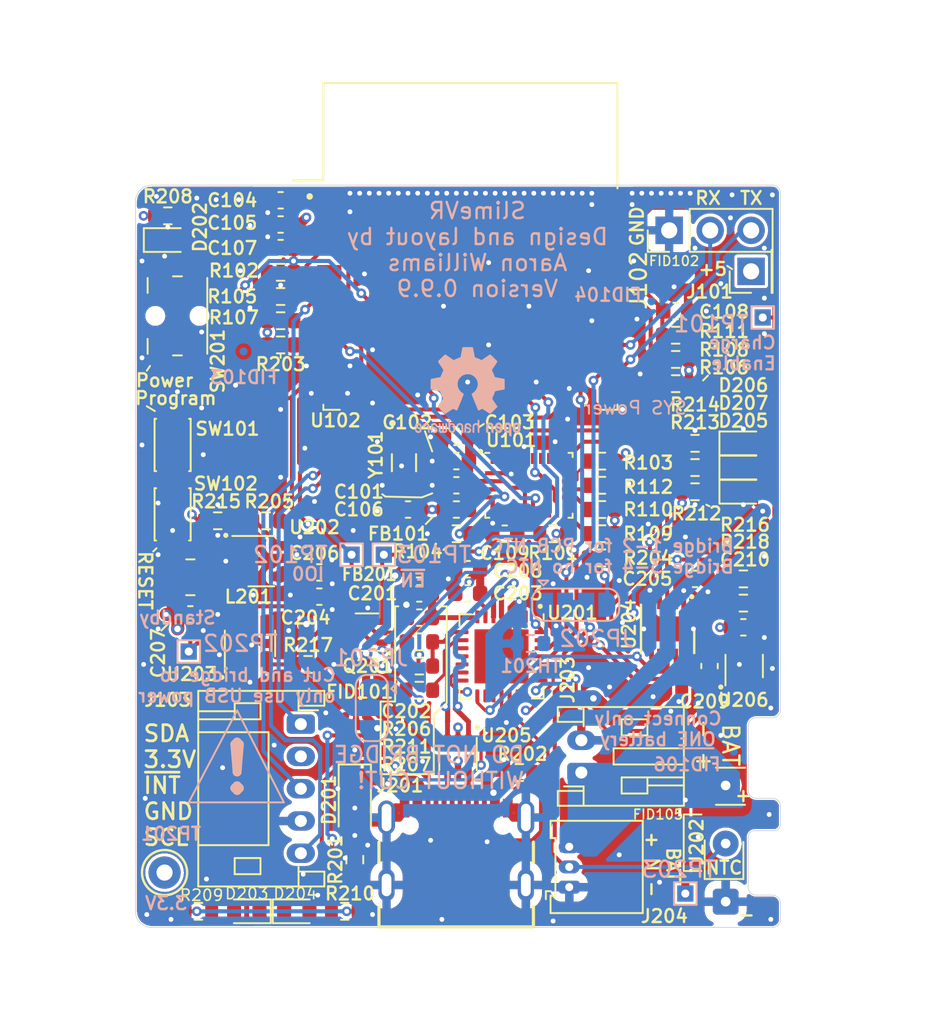
<source format=kicad_pcb>
(kicad_pcb (version 20221018) (generator pcbnew)
  (title_block (title "Slime VR Motion Tracker") (date "2022-04-05") (rev "0.9.9") (company "Copyright © 2022 Aaron Williams"))
  (layers (0 "F.Cu" mixed) (1 "In1.Cu" power) (2 "In2.Cu" power) (31 "B.Cu" mixed) (34 "B.Paste" user) (35 "F.Paste" user) (36 "B.SilkS" user "B.Silkscreen") (37 "F.SilkS" user "F.Silkscreen") (38 "B.Mask" user) (39 "F.Mask" user) (44 "Edge.Cuts" user))
  (net 0 "")
  (net 1 "GND")
  (net 2 "VBUS")
  (net 3 "/SDA")
  (net 4 "/~{INT1}")
  (net 5 "/SCL")
  (net 6 "/USB and  Power/D_P")
  (net 7 "/USB and  Power/D_N")
  (net 10 "/~{INT0}")
  (net 11 "/USB and  Power/DTR")
  (net 21 "TXD")
  (net 22 "RXD")
  (net 23 "/USB and  Power/CC2")
  (net 24 "/USB and  Power/CC1")
  (net 25 "/USB and  Power/STB")
  (net 26 "SHUTDOWN")
  (net 27 "CHG_EN")
  (net 28 "IO0")
  (net 29 "/USB and  Power/PBTN")
  (net 30 "/USB and  Power/THERM")
  (net 31 "Net-(D204-Pad2)")
  (net 32 "/USB and  Power/TX_LED")
  (net 33 "/USB and  Power/RX_LED")
  (net 34 "/USB and  Power/STAT1")
  (net 35 "/USB and  Power/STAT2")
  (net 37 "/USB and  Power/BATT+")
  (net 38 "/USB and  Power/THERM_CONN")
  (net 39 "/USB and  Power/~{PG}")
  (net 40 "/~{BNO_RESET}")
  (net 41 "/USB and  Power/THERM_PCB")
  (net 42 "/B_CLK")
  (net 43 "/CAP")
  (net 44 "/USB and  Power/RTS")
  (net 45 "/~{RST}")
  (net 46 "~{EN}")
  (net 47 "/USB and  Power/D_R_N")
  (net 48 "/USB and  Power/D_R_P")
  (net 50 "+3V0")
  (net 51 "Net-(D202-Pad2)")
  (net 52 "Net-(D203-Pad2)")
  (net 53 "Net-(R103-Pad2)")
  (net 54 "Net-(R112-Pad1)")
  (net 55 "/BNO_PWR")
  (net 56 "/~{BNO_BOOT}")
  (net 57 "Net-(JP202-Pad4)")
  (net 58 "/USB and  Power/PWR_IN")
  (net 59 "/USB and  Power/SW")
  (net 60 "/USB and  Power/FB")
  (net 61 "Net-(U101-Pad15)")
  (net 62 "Net-(U101-Pad16)")
  (net 63 "/USB and  Power/CP2102PWR")
  (net 64 "/USB and  Power/CP2102_VIO")
  (net 65 "Net-(R206-Pad2)")
  (net 66 "Net-(R207-Pad1)")
  (net 67 "/USB and  Power/USB_CHGEN")
  (net 74 "/USB and  Power/USB_CHG500MA")
  (net 82 "Net-(R216-Pad1)")
  (net 83 "Net-(R216-Pad2)")
  (net 85 "/USB and  Power/PG_LED")
  (net 86 "/USB and  Power/STAT2_LED")
  (net 87 "/USB and  Power/STAT1_LED")
  (footprint "Capacitor_SMD:C_0603_1608Metric" (layer "F.Cu") (at 106.900001 52.2375 180)
    (fp_text reference "C105")
    (fp_text value "0.1uF")
  )
  (footprint "Resistor_SMD:R_0603_1608Metric" (layer "F.Cu") (at 117.800001 71.4)
    (fp_text reference "R104")
    (fp_text value "10K")
  )
  (footprint "Resistor_SMD:R_0603_1608Metric" (layer "F.Cu") (at 106.900001 58.2)
    (fp_text reference "R107")
    (fp_text value "10K")
  )
  (footprint "Inductor_SMD:L_1008_2520Metric" (layer "F.Cu") (at 101.3 74.1 180)
    (fp_text reference "L201")
    (fp_text value "1.5uH")
  )
  (footprint "Package_LGA:LGA-28_5.2x3.8mm_P0.5mm" (layer "F.Cu") (at 122.300001 68.4)
    (fp_text reference "U101")
    (fp_text value "BNO085")
  )
  (footprint "Connector_Wire:SolderWire-0.1sqmm_1x03_P3.6mm_D0.4mm_OD1mm" (layer "F.Cu") (at 134.5 94.2 90)
    (fp_text reference "J202")
    (fp_text value "BAT w/THERM")
  )
  (footprint "Capacitor_SMD:C_0603_1608Metric" (layer "F.Cu") (at 120.800001 71.4 180)
    (fp_text reference "C109")
    (fp_text value "0.1uF")
  )
  (footprint "Resistor_SMD:R_0603_1608Metric" (layer "F.Cu") (at 115.5 78.1)
    (fp_text reference "R206")
    (fp_text value "47.5K")
  )
  (footprint "Connector_PinHeader_2.54mm:PinHeader_1x03_P2.54mm_Vertical" (layer "F.Cu") (at 131 52.6 90)
    (fp_text reference "J102")
    (fp_text value "Serial Connector DNI")
  )
  (footprint "LED_SMD:LED_0603_1608Metric" (layer "F.Cu") (at 135.6 67.3)
    (fp_text reference "D207")
    (fp_text value "Red")
  )
  (footprint "Resistor_SMD:R_0603_1608Metric" (layer "F.Cu") (at 99.9 51.7 180)
    (fp_text reference "R208")
    (fp_text value "470")
  )
  (footprint "Resistor_SMD:R_0603_1608Metric" (layer "F.Cu") (at 132.6 67.3)
    (fp_text reference "R213")
    (fp_text value "1K")
  )
  (footprint "Resistor_SMD:R_0603_1608Metric" (layer "F.Cu") (at 110.875001 94.8)
    (fp_text reference "R210")
    (fp_text value "470")
  )
  (footprint "Resistor_SMD:R_0603_1608Metric" (layer "F.Cu") (at 126.8 68.4)
    (fp_text reference "R112")
    (fp_text value "10K")
  )
  (footprint "Fiducial:Fiducial_0.5mm_Mask1mm" (layer "F.Cu") (at 132.1 55.4)
    (fp_text reference "FID102")
    (fp_text value "Fiducial")
  )
  (footprint "Resistor_SMD:R_0603_1608Metric" (layer "F.Cu") (at 135.6 74.2 180)
    (fp_text reference "R216")
    (fp_text value "1K")
  )
  (footprint "Capacitor_SMD:C_0603_1608Metric" (layer "F.Cu") (at 133.5 79.6 -90)
    (fp_text reference "C209")
    (fp_text value "4.7uF 10V")
  )
  (footprint "Aaron:GCT_USB4105-GF-A" (layer "F.Cu") (at 117.787 93.165)
    (fp_text reference "J201")
    (fp_text value "USB_C_Receptacle_USB2.0_GCT")
  )
  (footprint "Resistor_SMD:R_0603_1608Metric" (layer "F.Cu") (at 103 70.6)
    (fp_text reference "R215")
    (fp_text value "39K")
  )
  (footprint "Capacitor_SMD:C_0603_1608Metric" (layer "F.Cu") (at 114.8 69.9 180)
    (fp_text reference "C106")
    (fp_text value "0.1uF")
  )
  (footprint "Resistor_SMD:R_0603_1608Metric" (layer "F.Cu") (at 126.8 66.9 180)
    (fp_text reference "R103")
    (fp_text value "10K")
  )
  (footprint "Fiducial:Fiducial_0.5mm_Mask1mm" (layer "F.Cu") (at 110.9 82.7)
    (fp_text reference "FID101")
    (fp_text value "Fiducial")
  )
  (footprint "Connector_PinHeader_2.54mm:PinHeader_1x01_P2.54mm_Vertical" (layer "F.Cu") (at 136.08 55.14 90)
    (fp_text reference "J101")
    (fp_text value "VBUS DNI")
  )
  (footprint "Package_TO_SOT_SMD:TSOT-23-6" (layer "F.Cu") (at 105 78.2 90)
    (fp_text reference "U203")
    (fp_text value "MAX16054AZTT")
  )
  (footprint "Capacitor_SMD:C_0603_1608Metric" (layer "F.Cu") (at 115.5 75.1 180)
    (fp_text reference "C201")
    (fp_text value "4.7uF 10V")
  )
  (footprint "Resistor_SMD:R_0603_1608Metric" (layer "F.Cu") (at 135.6 75.7 180)
    (fp_text reference "R218")
    (fp_text value "10K")
  )
  (footprint "Capacitor_SMD:C_0603_1608Metric" (layer "F.Cu") (at 101.3 76.4)
    (fp_text reference "C207")
    (fp_text value "10uF 10V")
  )
  (footprint "RF_Module:ESP-WROOM-02" (layer "F.Cu") (at 118.670001 56.7)
    (fp_text reference "U102")
    (fp_text value "ESP-WROOM-02")
  )
  (footprint "Resistor_SMD:R_0603_1608Metric" (layer "F.Cu") (at 101.800001 94.8 180)
    (fp_text reference "R209")
    (fp_text value "470")
  )
  (footprint "Inductor_SMD:L_0603_1608Metric" (layer "F.Cu") (at 115.5 73.6)
    (fp_text reference "FB201")
    (fp_text value "LI0603E470R-10")
  )
  (footprint "Resistor_SMD:R_0603_1608Metric" (layer "F.Cu") (at 131.4 59.1 180)
    (fp_text reference "R111")
    (fp_text value "10K")
  )
  (footprint "Resistor_SMD:R_0603_1608Metric" (layer "F.Cu") (at 126.8 72.9)
    (fp_text reference "R204")
    (fp_text value "10K")
  )
  (footprint "Resistor_SMD:R_0603_1608Metric" (layer "F.Cu") (at 111.5 91.6 -90)
    (fp_text reference "R201")
    (fp_text value "5.1K")
  )
  (footprint "Capacitor_SMD:C_0603_1608Metric" (layer "F.Cu") (at 118.5 73.6 180)
    (fp_text reference "C208")
    (fp_text value "4.7uF 10V")
  )
  (footprint "LED_SMD:LED_0603_1608Metric" (layer "F.Cu") (at 107.900001 94.8)
    (fp_text reference "D204")
    (fp_text value "Red")
  )
  (footprint "Connector_Molex:Molex_PicoBlade_53048-0310_1x03_P1.25mm_Horizontal" (layer "F.Cu") (at 124.800001 93.3 90)
    (fp_text reference "J204")
    (fp_text value "BAT w/THERM")
  )
  (footprint "LED_SMD:LED_0603_1608Metric" (layer "F.Cu") (at 135.600001 68.8)
    (fp_text reference "D205")
    (fp_text value "Blue")
  )
  (footprint "Capacitor_SMD:C_0603_1608Metric" (layer "F.Cu") (at 118.5 75.1 180)
    (fp_text reference "C203")
    (fp_text value "0.1uF")
  )
  (footprint "Package_TO_SOT_SMD:SOT-353_SC-70-5" (layer "F.Cu") (at 135.65 79.6 90)
    (fp_text reference "U206")
    (fp_text value "NC7SP38P5X")
  )
  (footprint "Resistor_SMD:R_0603_1608Metric" (layer "F.Cu") (at 115.5 81.1 180)
    (fp_text reference "R207")
    (fp_text value "1K")
  )
  (footprint "Resistor_SMD:R_0603_1608Metric" (layer "F.Cu") (at 126.8 71.4 180)
    (fp_text reference "R109")
    (fp_text value "4.7K")
  )
  (footprint "Resistor_SMD:R_0603_1608Metric" (layer "F.Cu") (at 126.8 69.9 180)
    (fp_text reference "R110")
    (fp_text value "4.7K")
  )
  (footprint "Capacitor_SMD:C_0603_1608Metric" (layer "F.Cu") (at 109.3 73.8)
    (fp_text reference "C206")
    (fp_text value "0.1uF")
  )
  (footprint "Package_DFN_QFN:DFN-10-1EP_3x3mm_P0.5mm_EP1.55x2.48mm" (layer "F.Cu") (at 130.9 77.3 -90)
    (fp_text reference "U204")
    (fp_text value "MCP73837")
  )
  (footprint "TestPoint:TestPoint_Keystone_5000-5004_Miniature" (layer "F.Cu") (at 99.700001 92.4)
    (fp_text reference "TP201")
    (fp_text value "V2.94")
  )
  (footprint "Resistor_SMD:R_0603_1608Metric" (layer "F.Cu") (at 106 70.6)
    (fp_text reference "R205")
    (fp_text value "10K")
  )
  (footprint "Package_TO_SOT_SMD:TSOT-23-5" (layer "F.Cu") (at 105.7 73.1)
    (fp_text reference "U202")
    (fp_text value "RT5750XXGJ5")
  )
  (footprint "Button_Switch_SMD:SW_SPST_CK_KXT3" (layer "F.Cu") (at 100.2 65.9 90)
    (fp_text reference "SW101")
    (fp_text value "SW_Push")
  )
  (footprint "Package_TO_SOT_SMD:SOT-363_SC-70-6" (layer "F.Cu") (at 112.25 77.5 180)
    (fp_text reference "Q201")
    (fp_text value "UMH3N")
  )
  (footprint "Capacitor_SMD:C_0603_1608Metric" (layer "F.Cu") (at 131.400001 57.6)
    (fp_text reference "C108")
    (fp_text value "0.1uF")
  )
  (footprint "Fiducial:Fiducial_0.5mm_Mask1mm" (layer "F.Cu") (at 131.000001 89.9)
    (fp_text reference "FID105")
    (fp_text value "Fiducial")
  )
  (footprint "Resistor_SMD:R_0603_1608Metric" (layer "F.Cu") (at 115.5 79.6 180)
    (fp_text reference "R211")
    (fp_text value "22.1K")
  )
  (footprint "Resistor_SMD:R_0603_1608Metric" (layer "F.Cu") (at 108.6 79.5)
    (fp_text reference "R217")
    (fp_text value "10K")
  )
  (footprint "Inductor_SMD:L_0603_1608Metric" (layer "F.Cu") (at 117.8 69.9)
    (fp_text reference "FB101")
    (fp_text value "LI0603E470R-10")
  )
  (footprint "Resistor_SMD:R_0603_1608Metric" (layer "F.Cu") (at 106.900001 55.2)
    (fp_text reference "R102")
    (fp_text value "10K")
  )
  (footprint "Connector_JST:JST_PH_S5B-PH-K_1x05_P2.00mm_Horizontal" (layer "F.Cu") (at 108.150001 83.2 -90)
    (fp_text reference "J103")
    (fp_text value "External Motion")
  )
  (footprint "Capacitor_SMD:C_0603_1608Metric" (layer "F.Cu") (at 109.3 75.3)
    (fp_text reference "C204")
    (fp_text value "10uF 10V")
  )
  (footprint "Capacitor_SMD:C_0603_1608Metric" (layer "F.Cu") (at 115.5 76.6 180)
    (fp_text reference "C202")
    (fp_text value "0.1uF")
  )
  (footprint "Resistor_SMD:R_0603_1608Metric" (layer "F.Cu") (at 123.800001 71.4 180)
    (fp_text reference "R101")
    (fp_text value "10K")
  )
  (footprint "Capacitor_SMD:C_0603_1608Metric" (layer "F.Cu") (at 135.6 77.2)
    (fp_text reference "C210")
    (fp_text value "0.1uF")
  )
  (footprint "Resistor_SMD:R_0603_1608Metric" (layer "F.Cu") (at 132.6 68.8)
    (fp_text reference "R212")
    (fp_text value "1K")
  )
  (footprint "Capacitor_SMD:C_0603_1608Metric" (layer "F.Cu") (at 132.6 74.2)
    (fp_text reference "C205")
    (fp_text value "4.7uF 10V")
  )
  (footprint "Resistor_SMD:R_0603_1608Metric" (layer "F.Cu") (at 121.7 86.2)
    (fp_text reference "R202")
    (fp_text value "5.1K")
  )
  (footprint "Connector_JST:JST_PH_S2B-PH-K_1x02_P2.00mm_Horizontal" (layer "F.Cu") (at 125.55 86.2 90)
    (fp_text reference "J203")
    (fp_text value "BAT_NO_THERM")
  )
  (footprint "LED_SMD:LED_0603_1608Metric" (layer "F.Cu") (at 99.9 53.2)
    (fp_text reference "D202")
    (fp_text value "Green")
  )
  (footprint "Package_DFN_QFN:QFN-28-1EP_5x5mm_P0.5mm_EP3.35x3.35mm" (layer "F.Cu") (at 120.6 79 -90)
    (fp_text reference "U201")
    (fp_text value "CP2102N-Axx-xQFN28")
  )
  (footprint "Capacitor_SMD:C_0603_1608Metric" (layer "F.Cu") (at 106.900001 50.7375 180)
    (fp_text reference "C104")
    (fp_text value "10uF 10V")
  )
  (footprint "Capacitor_SMD:C_0603_1608Metric" (layer "F.Cu") (at 117.8 65.4 180)
    (fp_text reference "C103")
    (fp_text value "0.1uF")
  )
  (footprint "LED_SMD:LED_0603_1608Metric" (layer "F.Cu") (at 135.6 65.8)
    (fp_text reference "D206")
    (fp_text value "Green")
  )
  (footprint "Aaron:Panasonic_EVQPUL_EVQPUC" (layer "F.Cu") (at 100.5 57.9 90)
    (fp_text reference "SW201")
    (fp_text value "Power")
  )
  (footprint "Resistor_SMD:R_0603_1608Metric" (layer "F.Cu") (at 131.400001 62.1 180)
    (fp_text reference "R106")
    (fp_text value "4.7K")
  )
  (footprint "Resistor_SMD:R_0603_1608Metric" (layer "F.Cu") (at 106.9 59.7 180)
    (fp_text reference "R203")
    (fp_text value "10K")
  )
  (footprint "LED_SMD:LED_0603_1608Metric" (layer "F.Cu") (at 104.800001 94.8 180)
    (fp_text reference "D203")
    (fp_text value "Blue")
  )
  (footprint "Diode_SMD:D_SOD-123F" (layer "F.Cu") (at 111.5 87.9 -90)
    (fp_text reference "D201")
    (fp_text value "DSS12UTR")
  )
  (footprint "Button_Switch_SMD:SW_SPST_CK_KXT3" (layer "F.Cu") (at 100.2 70.2 -90)
    (fp_text reference "SW102")
    (fp_text value "SW_Push")
  )
  (footprint "Resistor_SMD:R_0603_1608Metric" (layer "F.Cu") (at 132.6 65.8)
    (fp_text reference "R214")
    (fp_text value "1K")
  )
  (footprint "Package_TO_SOT_SMD:SOT-323-6L" (layer "F.Cu") (at 117.900001 85.3 -90)
    (fp_text reference "U205")
    (fp_text value "USBUF02W6")
  )
  (footprint "Capacitor_SMD:C_0603_1608Metric" (layer "F.Cu") (at 117.8 66.9 180)
    (fp_text reference "C102")
    (fp_text value "0.1uF")
  )
  (footprint "Capacitor_SMD:C_0603_1608Metric" (layer "F.Cu") (at 117.8 68.4 180)
    (fp_text reference "C101")
    (fp_text value "10uF 10V")
  )
  (footprint "Resistor_SMD:R_0603_1608Metric" (layer "F.Cu") (at 131.4 60.6 180)
    (fp_text reference "R108")
    (fp_text value "4.7K")
  )
  (footprint "Capacitor_SMD:C_0603_1608Metric" (layer "F.Cu") (at 106.900001 53.7 180)
    (fp_text reference "C107")
    (fp_text value "0.1uF")
  )
  (footprint "Aaron:OSC_OM-7604-C7" (layer "F.Cu") (at 114.55 67 -90)
    (fp_text reference "Y101")
    (fp_text value "OM-7604-C7")
  )
  (footprint "Resistor_SMD:R_0603_1608Metric" (layer "F.Cu") (at 106.900001 56.7)
    (fp_text reference "R105")
    (fp_text value "10K")
  )
  (footprint "Resistor_SMD:R_0603_1608Metric" (layer "B.Cu") (at 122.4 78.2 180)
    (fp_text reference "TH201")
    (fp_text value "10K")
  )
  (footprint "Jumper:SolderJumper-3_P1.3mm_Bridged12_RoundedPad1.0x1.5mm" (layer "B.Cu") (at 112.5575 82.2 -90)
    (fp_text reference "JP201")
    (fp_text value "Power Select")
  )
  (footprint "TestPoint:TestPoint_THTPad_1.0x1.0mm_Drill0.5mm" (layer "B.Cu") (at 111.3 72.7 180)
    (fp_text reference "TP102")
    (fp_text value "IO0")
  )
  (footprint "Fiducial:Fiducial_0.5mm_Mask1mm" (layer "B.Cu") (at 104.6 60.1 180)
    (fp_text reference "FID103")
    (fp_text value "Fiducial")
  )
  (footprint "TestPoint:TestPoint_THTPad_1.0x1.0mm_Drill0.5mm" (layer "B.Cu") (at 101.200001 78.7 180)
    (fp_text reference "TP202")
    (fp_text value "STB")
  )
  (footprint "Fiducial:Fiducial_0.5mm_Mask1mm" (layer "B.Cu") (at 129.9 57 180)
    (fp_text reference "FID104")
    (fp_text value "Fiducial")
  )
  (footprint "Symbol:OSHW-Logo2_7.3x6mm_SilkScreen" (layer "B.Cu") (at 118.5 62.6 180)
    (fp_text reference "LOGO101" hide)
    (fp_text value "Logo_Open_Hardware_Small" hide)
  )
  (footprint "Fiducial:Fiducial_0.5mm_Mask1mm" (layer "B.Cu") (at 135 84.9 180)
    (fp_text reference "FID106")
    (fp_text value "Fiducial")
  )
  (footprint "TestPoint:TestPoint_THTPad_1.0x1.0mm_Drill0.5mm" (layer "B.Cu") (at 132 93.7 180)
    (fp_text reference "TP203")
    (fp_text value "VBATT")
  )
  (footprint "Jumper:SolderJumper-4_P1.3mm_Bridged23_RoundedPad1.0x1.5mm" (layer "B.Cu") (at 125.2 75.8)
    (fp_text reference "JP202")
    (fp_text value "Therm Sensor Input")
  )
  (footprint "TestPoint:TestPoint_THTPad_1.0x1.0mm_Drill0.5mm" (layer "B.Cu") (at 136.800001 58 180)
    (fp_text reference "TP101")
    (fp_text value "CHG_EN")
  )
  (footprint "TestPoint:TestPoint_THTPad_1.0x1.0mm_Drill0.5mm" (layer "B.Cu") (at 113.3 72.7 180)
    (fp_text reference "TP103")
    (fp_text value "~{RST}")
  )
  (gr_line (start 107.1 88.05) (end 104.2 82.35) (stroke (width 0.12)) (layer "B.SilkS"))
  (gr_line (start 133.75 84.7) (end 131.65 84.7) (stroke (width 0.12)) (layer "B.SilkS"))
  (gr_line (start 101.2 88.05) (end 107.1 88.05) (stroke (width 0.12)) (layer "B.SilkS"))
  (gr_line (start 104.2 82.35) (end 101.2 88.05) (stroke (width 0.12)) (layer "B.SilkS"))
  (gr_line (start 133.200001 92.8) (end 135.600001 92.8) (stroke (width 0.12)) (layer "F.SilkS"))
  (gr_line (start 99 72.5) (end 99.2 72.3) (stroke (width 0.12)) (layer "F.SilkS"))
  (gr_circle (center 119.1 83.4) (end 119.2 83.4) (stroke (width 0.12)) (fill solid) (layer "F.SilkS"))
  (gr_line (start 117.2 75.9) (end 117.2 81.9) (stroke (width 0.12)) (layer "F.SilkS"))
  (gr_line (start 119.2 64.8) (end 119.5 64.6) (stroke (width 0.12)) (layer "F.SilkS"))
  (gr_line (start 113.1 81.8) (end 113.1 81.9) (stroke (width 0.12)) (layer "F.SilkS"))
  (gr_line (start 99.5 77.4) (end 99.9 77) (stroke (width 0.12)) (layer "F.SilkS"))
  (gr_circle (center 103.25 80.3) (end 103.35 80.3) (stroke (width 0.12)) (fill solid) (layer "F.SilkS"))
  (gr_line (start 134.6 54.8) (end 134.9 55) (stroke (width 0.12)) (layer "F.SilkS"))
  (gr_line (start 117 72.4) (end 117.2 72.2) (stroke (width 0.12)) (layer "F.SilkS"))
  (gr_line (start 115.65 69.15) (end 116.3 68.9) (stroke (width 0.12)) (layer "F.SilkS"))
  (gr_line (start 133.1 61.9) (end 133.4 61.6) (stroke (width 0.12)) (layer "F.SilkS"))
  (gr_circle (center 103.5 71.5) (end 103.6 71.5) (stroke (width 0.12)) (fill solid) (layer "F.SilkS"))
  (gr_line (start 131.900001 88.8) (end 133.000001 88.8) (stroke (width 0.12)) (layer "F.SilkS"))
  (gr_line (start 131.900001 92.3) (end 131.900001 88.8) (stroke (width 0.12)) (layer "F.SilkS"))
  (gr_line (start 114 75.9) (end 114 81.8) (stroke (width 0.12)) (layer "F.SilkS"))
  (gr_line (start 116.4 82.6) (end 116.4 86.3) (stroke (width 0.12)) (layer "F.SilkS"))
  (gr_line (start 106.9 60.5) (end 106.9 60.2225) (stroke (width 0.12)) (layer "F.SilkS"))
  (gr_line (start 98.6 61.3) (end 98.8 61) (stroke (width 0.12)) (layer "F.SilkS"))
  (gr_circle (center 119.300001 66.3) (end 119.400001 66.3) (stroke (width 0.12)) (fill solid) (layer "F.SilkS"))
  (gr_circle (center 134.2 80.9) (end 134.3 80.9) (stroke (width 0.12)) (fill solid) (layer "F.SilkS"))
  (gr_line (start 133.5 69.7) (end 133.3 69.6) (stroke (width 0.12)) (layer "F.SilkS"))
  (gr_line (start 135.7 85.9) (end 133.9 85.9) (stroke (width 0.12)) (layer "F.SilkS"))
  (gr_line (start 114 75.9) (end 114.2 75.9) (stroke (width 0.12)) (layer "F.SilkS"))
  (gr_line (start 113.4 69.1) (end 115.65 69.15) (stroke (width 0.12)) (layer "F.SilkS"))
  (gr_circle (center 132.4 75.3) (end 132.5 75.3) (stroke (width 0.12)) (fill solid) (layer "F.SilkS"))
  (gr_line (start 113.2 68.95) (end 113.4 69.1) (stroke (width 0.12)) (layer "F.SilkS"))
  (gr_circle (center 113.7 78.8) (end 113.8 78.8) (stroke (width 0.12)) (fill solid) (layer "F.SilkS"))
  (gr_line (start 133.000001 92.3) (end 131.900001 92.3) (stroke (width 0.12)) (layer "F.SilkS"))
  (gr_circle (center 123 75.9) (end 123.1 75.9) (stroke (width 0.12)) (fill solid) (layer "F.SilkS"))
  (gr_line (start 114 81.8) (end 113.1 81.8) (stroke (width 0.12)) (layer "F.SilkS"))
  (gr_line (start 115.9 70.8) (end 116.300001 70.4) (stroke (width 0.12)) (layer "F.SilkS"))
  (gr_line (start 135.700001 88.2) (end 133.900001 88.2) (stroke (width 0.12)) (layer "F.SilkS"))
  (gr_line (start 113.1 86.3) (end 113.1 81.9) (stroke (width 0.12)) (layer "F.SilkS"))
  (gr_line (start 117.2 75.9) (end 116.8 75.9) (stroke (width 0.12)) (layer "F.SilkS"))
  (gr_circle (center 108.7 50.5) (end 108.841421 50.5) (stroke (width 0.12)) (fill solid) (layer "F.SilkS"))
  (gr_line (start 133.200001 90.4) (end 133.200001 92.8) (stroke (width 0.12)) (layer "F.SilkS"))
  (gr_line (start 116.4 86.3) (end 113.1 86.3) (stroke (width 0.12)) (layer "F.SilkS"))
  (gr_line (start 98.6 63.5) (end 99.1 63.8) (stroke (width 0.12)) (layer "F.SilkS"))
  (gr_line (start 117.2 81.9) (end 116.4 82.6) (stroke (width 0.12)) (layer "F.SilkS"))
  (gr_line (start 135.600001 92.8) (end 135.600001 90.5) (stroke (width 0.12)) (layer "F.SilkS"))
  (gr_line (start 116.3 66.3) (end 115.85 65.05) (stroke (width 0.12)) (layer "F.SilkS"))
  (gr_line (start 136.400001 93.8) (end 137.400001 93.8) (stroke (width 0.05)) (layer "Edge.Cuts"))
  (gr_line (start 98.9 95.8) (end 137.4 95.8) (stroke (width 0.05)) (layer "Edge.Cuts"))
  (gr_line (start 97.9 50.8) (end 97.9 94.8) (stroke (width 0.05)) (layer "Edge.Cuts"))
  (gr_arc (start 135.900001 83.3) (mid 136.046448 82.946447) (end 136.400001 82.8) (stroke (width 0.05)) (layer "Edge.Cuts"))
  (gr_line (start 135.900001 83.3) (end 135.900001 87.3) (stroke (width 0.05)) (layer "Edge.Cuts"))
  (gr_arc (start 97.9 50.8) (mid 98.192893 50.092893) (end 98.9 49.8) (stroke (width 0.05)) (layer "Edge.Cuts"))
  (gr_arc (start 137.900001 82.3) (mid 137.753554 82.653553) (end 137.400001 82.8) (stroke (width 0.05)) (layer "Edge.Cuts"))
  (gr_line (start 137.400001 82.8) (end 136.400001 82.8) (stroke (width 0.05)) (layer "Edge.Cuts"))
  (gr_arc (start 137.400001 93.8) (mid 137.753554 93.946447) (end 137.900001 94.3) (stroke (width 0.05)) (layer "Edge.Cuts"))
  (gr_line (start 136.400001 87.8) (end 137.400001 87.8) (stroke (width 0.05)) (layer "Edge.Cuts"))
  (gr_arc (start 98.9 95.8) (mid 98.192894 95.507106) (end 97.9 94.8) (stroke (width 0.05)) (layer "Edge.Cuts"))
  (gr_line (start 137.500001 89.8) (end 136.300001 89.8) (stroke (width 0.05)) (layer "Edge.Cuts"))
  (gr_line (start 135.900001 90.2) (end 135.900001 93.3) (stroke (width 0.05)) (layer "Edge.Cuts"))
  (gr_line (start 137.900001 88.3) (end 137.900001 89.4) (stroke (width 0.05)) (layer "Edge.Cuts"))
  (gr_arc (start 135.900001 90.2) (mid 136.017158 89.917157) (end 136.300001 89.8) (stroke (width 0.05)) (layer "Edge.Cuts"))
  (gr_arc (start 137.400001 87.8) (mid 137.753554 87.946447) (end 137.900001 88.3) (stroke (width 0.05)) (layer "Edge.Cuts"))
  (gr_arc (start 137.4 49.8) (mid 137.753553 49.946447) (end 137.9 50.3) (stroke (width 0.05)) (layer "Edge.Cuts"))
  (gr_arc (start 136.400001 87.8) (mid 136.046448 87.653553) (end 135.900001 87.3) (stroke (width 0.05)) (layer "Edge.Cuts"))
  (gr_arc (start 136.400001 93.8) (mid 136.046448 93.653553) (end 135.900001 93.3) (stroke (width 0.05)) (layer "Edge.Cuts"))
  (gr_line (start 137.4 49.8) (end 98.9 49.8) (stroke (width 0.05)) (layer "Edge.Cuts"))
  (gr_line (start 137.9 82.3) (end 137.9 50.3) (stroke (width 0.05)) (layer "Edge.Cuts"))
  (gr_arc (start 137.900001 89.4) (mid 137.782844 89.682843) (end 137.500001 89.8) (stroke (width 0.05)) (layer "Edge.Cuts"))
  (gr_line (start 137.9 94.3) (end 137.9 95.3) (stroke (width 0.05)) (layer "Edge.Cuts"))
  (gr_arc (start 137.9 95.3) (mid 137.753553 95.653553) (end 137.4 95.8) (stroke (width 0.05)) (layer "Edge.Cuts"))
  (gr_text "Charge\nEnable" (at 137.7 60.2) (layer "B.SilkS") (effects (font (size 0.8 0.8)) (justify left mirror)))
  (gr_text "Connect only\nONE battery" (at 130.3 83.5) (layer "B.SilkS") (effects (font (size 0.8 0.8)) (justify mirror)))
  (gr_text "!" (at 104.2 85.95) (layer "B.SilkS") (effects (font (size 3 3) (thickness 0.55)) (justify mirror)))
  (gr_text "Cut and bridge to\nonly use USB power" (at 110.4 80.8) (layer "B.SilkS") (effects (font (size 0.8 0.8)) (justify left mirror)))
  (gr_text "Bridge 1-2 for PCB NTC\nBridge 3-4 for no NTC" (at 135.1 72.8) (layer "B.SilkS") (effects (font (size 0.8 0.8)) (justify left mirror)))
  (gr_text "~{EN}" (at 115.1 74.3) (layer "B.SilkS") (effects (font (size 0.8 0.8)) (justify mirror)))
  (gr_text "IO0" (at 108.6 73.9) (layer "B.SilkS") (effects (font (size 0.8 0.8)) (justify mirror)))
  (gr_text "SYS Power" (at 128.9 63.6) (layer "B.SilkS") (effects (font (size 0.8 0.8) (thickness 0.12)) (justify mirror)))
  (gr_text "SlimeVR\nDesign and layout by\nAaron Williams\nVersion 0.9.9" (at 119.1 53.8) (layer "B.SilkS") (effects (font (size 1 1)) (justify mirror)))
  (gr_text "DO NOT BRIDGE\nWITHOUT CUT!" (at 122.1 85.9) (layer "B.SilkS") (effects (font (size 1 1)) (justify left mirror)))
  (gr_text "Standby" (at 100.5 76.6) (layer "B.SilkS") (effects (font (size 0.8 0.8)) (justify mirror)))
  (gr_text "3.3V" (at 99.800001 94.3) (layer "B.SilkS") (effects (font (size 0.8 0.8)) (justify mirror)))
  (gr_text "-" (at 135.800001 95) (layer "F.SilkS") (effects (font (size 0.8 0.8))))
  (gr_text "BAT\n- +" (at 134 84.5 270) (layer "F.SilkS") (effects (font (size 1 1))))
  (gr_text "RX  TX" (at 134.7 50.6) (layer "F.SilkS") (effects (font (size 0.8 0.8))))
  (gr_text "SDA\n3.3V\n~{INT}\nGND\nSCL" (at 98.300001 87) (layer "F.SilkS") (effects (font (size 1 1) (thickness 0.17)) (justify left)))
  (gr_text "RESET" (at 98.5 74.3 270) (layer "F.SilkS") (effects (font (size 0.8 0.8))))
  (gr_text "+" (at 135.600001 87.6) (layer "F.SilkS") (effects (font (size 0.8 0.8))))
  (gr_text "NTC" (at 134.400001 92.1) (layer "F.SilkS") (effects (font (size 0.8 0.8))))
  (gr_text "GND" (at 129 52.35 90) (layer "F.SilkS") (effects (font (size 0.8 0.8))))
  (gr_text "BAT\n+ N -" (at 130.600001 91.9 270) (layer "F.SilkS") (effects (font (size 0.8 0.8))))
  (gr_text "+5" (at 133.7 55) (layer "F.SilkS") (effects (font (size 0.8 0.8))))
  (gr_text "Power" (at 99.7 61.9) (layer "F.SilkS") (effects (font (size 0.8 0.8))))
  (gr_text "Program" (at 100.4 63) (layer "F.SilkS") (effects (font (size 0.8 0.8))))
  (segment (start 129.9 75.75) (end 129.9 75.002666) (width 0.3) (layer "F.Cu") (net 1))
  (segment (start 129.9 76.3) (end 130.9 77.3) (width 0.3) (layer "F.Cu") (net 1))
  (segment (start 117.3 74.2) (end 117.3 74.025) (width 0.5) (layer "F.Cu") (net 1))
  (segment (start 105 79.3375) (end 105 78.4) (width 0.6) (layer "F.Cu") (net 1))
  (segment (start 117.900001 83.401) (end 117.900501 83.4005) (width 0.3) (layer "F.Cu") (net 1))
  (segment (start 119.912501 67.65) (end 121.150001 67.65) (width 0.25) (layer "F.Cu") (net 1))
  (segment (start 117.3 74.2) (end 117.3 74.675) (width 0.5) (layer "F.Cu") (net 1))
  (segment (start 114.587 88.41) (end 114.042 88.41) (width 0.6) (layer "F.Cu") (net 1))
  (segment (start 106.825 70.6) (end 107.1 70.6) (width 0.8) (layer "F.Cu") (net 1))
  (segment (start 120.987 88.41) (end 121.532 88.41) (width 0.6) (layer "F.Cu") (net 1))
  (segment (start 99.7 53.8) (end 99.1 53.2) (width 0.25) (layer "F.Cu") (net 1))
  (segment (start 113.152 89.3) (end 113.467 88.985) (width 0.5) (layer "F.Cu") (net 1))
  (segment (start 105 78.4) (end 105.1 78.3) (width 0.6) (layer "F.Cu") (net 1))
  (segment (start 120.050001 70.0625) (end 120.050001 69.2875) (width 0.25) (layer "F.Cu") (net 1))
  (segment (start 117.3 74.675) (end 117.725 75.1) (width 0.5) (layer "F.Cu") (net 1))
  (segment (start 136.375 77.2) (end 136.900001 77.725001) (width 0.25) (layer "F.Cu") (net 1))
  (segment (start 107.1 70.6) (end 108.1 71.6) (width 0.8) (layer "F.Cu") (net 1))
  (segment (start 121.532 88.41) (end 122.107 88.985) (width 0.6) (layer "F.Cu") (net 1))
  (segment (start 121.1 76.55) (end 121.1 78.5) (width 0.25) (layer "F.Cu") (net 1))
  (segment (start 129.9 75.75) (end 129.9 76.3) (width 0.3) (layer "F.Cu") (net 1))
  (segment (start 122.050002 66.5) (end 122.050002 66.050002) (width 0.25) (layer "F.Cu") (net 1))
  (segment (start 114.05 80.05) (end 114.05 79.6) (width 0.5) (layer "F.Cu") (net 1))
  (segment (start 122.050002 66.050002) (end 122 66) (width 0.25) (layer "F.Cu") (net 1))
  (segment (start 114.042 88.41) (end 113.467 88.985) (width 0.6) (layer "F.Cu") (net 1))
  (segment (start 99.7 54.2) (end 99.7 53.8) (width 0.25) (layer "F.Cu") (net 1))
  (segment (start 121.1 76.55) (end 121.1 75.971988) (width 0.25) (layer "F.Cu") (net 1))
  (segment (start 103.5 73.1) (end 104.5625 73.1) (width 0.6) (layer "F.Cu") (net 1))
  (segment (start 111.5 89.3) (end 113.152 89.3) (width 0.5) (layer "F.Cu") (net 1))
  (segment (start 111.5 89.3) (end 111.5 90.1) (width 0.5) (layer "F.Cu") (net 1))
  (segment (start 110.075001 73.95) (end 110.075001 73.024999) (width 0.5) (layer "F.Cu") (net 1))
  (segment (start 111.5 90.1) (end 111.5 90.775) (width 0.5) (layer "F.Cu") (net 1))
  (segment (start 120.050001 70.75) (end 120.050001 71.35) (width 0.25) (layer "F.Cu") (net 1))
  (segment (start 136.900001 77.725001) (end 136.900001 77.830017) (width 0.25) (layer "F.Cu") (net 1))
  (segment (start 129.9 75.002666) (end 129.800001 74.902667) (width 0.3) (layer "F.Cu") (net 1))
  (segment (start 114.05 79.6) (end 114.675 79.6) (width 0.5) (layer "F.Cu") (net 1))
  (segment (start 99.65 55.275) (end 99.65 54.25) (width 0.25) (layer "F.Cu") (net 1))
  (segment (start 127.420001 58.2) (end 126.2 58.2) (width 0.6) (layer "F.Cu") (net 1))
  (segment (start 113.65 80.45) (end 114.05 80.05) (width 0.5) (layer "F.Cu") (net 1))
  (segment (start 99.65 54.25) (end 99.7 54.2) (width 0.25) (layer "F.Cu") (net 1))
  (segment (start 121.1 75.971988) (end 121.471988 75.6) (width 0.25) (layer "F.Cu") (net 1))
  (segment (start 130.9 77.3) (end 129.4245 77.3) (width 0.3) (layer "F.Cu") (net 1))
  (segment (start 117.3 74.025) (end 117.725 73.6) (width 0.5) (layer "F.Cu") (net 1))
  (segment (start 121.150001 67.65) (end 121.200001 67.7) (width 0.25) (layer "F.Cu") (net 1))
  (segment (start 117.900001 84.375) (end 117.900001 83.401) (width 0.3) (layer "F.Cu") (net 1))
  (segment (start 120.050001 69.2875) (end 119.912501 69.15) (width 0.25) (layer "F.Cu") (net 1))
  (segment (start 120.050001 70.0625) (end 120.050001 70.75) (width 0.25) (layer "F.Cu") (net 1))
  (segment (start 121.471988 75.6) (end 121.7 75.6) (width 0.25) (layer "F.Cu") (net 1))
  (via (at 99.3 77.3) (size 0.6) (drill 0.3) (layers "F.Cu" "B.Cu") (net 1))
  (via (at 136.900001 77.830017) (size 0.6) (drill 0.3) (layers "F.Cu" "B.Cu") (net 1))
  (via (at 104.4 55.1) (size 0.6) (drill 0.3) (layers "F.Cu" "B.Cu") (net 1))
  (via (at 136.899532 53.7) (size 0.6) (drill 0.3) (layers "F.Cu" "B.Cu") (net 1))
  (via (at 108.4 66.1) (size 0.6) (drill 0.3) (layers "F.Cu" "B.Cu") (net 1))
  (via (at 137.2 88.8) (size 0.6) (drill 0.3) (layers "F.Cu" "B.Cu") (net 1))
  (via (at 115.7 85.5) (size 0.6) (drill 0.3) (layers "F.Cu" "B.Cu") (net 1))
  (via (at 119.8 54.6) (size 0.6) (drill 0.3) (layers "F.Cu" "B.Cu") (net 1))
  (via (at 105 52.3) (size 0.6) (drill 0.3) (layers "F.Cu" "B.Cu") (net 1))
  (via (at 105.1 78.3) (size 0.6) (drill 0.3) (layers "F.Cu" "B.Cu") (net 1))
  (via (at 112.6 60) (size 0.6) (drill 0.3) (layers "F.Cu" "B.Cu") (net 1))
  (via (at 99.2 50.5) (size 0.6) (drill 0.3) (layers "F.Cu" "B.Cu") (net 1))
  (via (at 99.3 72.7) (size 0.6) (drill 0.3) (layers "F.Cu" "B.Cu") (net 1))
  (via (at 98.600001 95) (size 0.6) (drill 0.3) (layers "F.Cu" "B.Cu") (net 1))
  (via (at 114.7 75.8) (size 0.8) (drill 0.4) (layers "F.Cu" "B.Cu") (net 1))
  (via (at 105 80.6) (size 0.6) (drill 0.3) (layers "F.Cu" "B.Cu") (net 1))
  (via (at 102 63.6) (size 0.6) (drill 0.3) (layers "F.Cu" "B.Cu") (net 1))
  (via (at 133.4 75) (size 0.6) (drill 0.3) (layers "F.Cu" "B.Cu") (net 1))
  (via (at 99.9 52.4) (size 0.6) (drill 0.3) (layers "F.Cu" "B.Cu") (net 1))
  (via (at 132.6 69.6) (size 0.6) (drill 0.3) (layers "F.Cu" "B.Cu") (net 1))
  (via (at 122.6 50.3) (size 0.6) (drill 0.3) (layers "F.Cu" "B.Cu") (net 1))
  (via (at 110.2 79.5) (size 0.6) (drill 0.3) (layers "F.Cu" "B.Cu") (net 1))
  (via (at 127.9 91.3) (size 0.6) (drill 0.3) (layers "F.Cu" "B.Cu") (net 1))
  (via (at 105.2 75.2) (size 0.6) (drill 0.3) (layers "F.Cu" "B.Cu") (net 1))
  (via (at 115.4 62.8) (size 0.6) (drill 0.3) (layers "F.Cu" "B.Cu") (net 1))
  (via (at 106.5 84.5) (size 0.6) (drill 0.3) (layers "F.Cu" "B.Cu") (net 1))
  (via (at 111.5 84.8) (size 0.6) (drill 0.3) (layers "F.Cu" "B.Cu") (net 1))
  (via (at 98.3 65.9) (size 0.6) (drill 0.3) (layers "F.Cu" "B.Cu") (net 1))
  (via (at 134.2 55.9) (size 0.6) (drill 0.3) (layers "F.Cu" "B.Cu") (net 1))
  (via (at 112.6 63.3) (size 0.6) (drill 0.3) (layers "F.Cu" "B.Cu") (net 1))
  (via (at 101.7 50.6) (size 0.6) (drill 0.3) (layers "F.Cu" "B.Cu") (net 1))
  (via (at 120.050001 70.75) (size 0.6) (drill 0.3) (layers "F.Cu" "B.Cu") (net 1))
  (via (at 132.5 77.3) (size 0.6) (drill 0.3) (layers "F.Cu" "B.Cu") (net 1))
  (via (at 107.9 72.7) (size 0.6) (drill 0.3) (layers "F.Cu" "B.Cu") (net 1))
  (via (at 123.982984 77.111714) (size 0.6) (drill 0.3) (layers "F.Cu" "B.Cu") (net 1))
  (via (at 103 69.6) (size 0.6) (drill 0.3) (layers "F.Cu" "B.Cu") (net 1))
  (via (at 113.2 68.4) (size 0.6) (drill 0.3) (layers "F.Cu" "B.Cu") (net 1))
  (via (at 100.1 95.3) (size 0.6) (drill 0.3) (layers "F.Cu" "B.Cu") (net 1))
  (via (at 119.8 59.7) (size 0.6) (drill 0.3) (layers "F.Cu" "B.Cu") (net 1))
  (via (at 132.8 90.2) (size 0.6) (drill 0.3) (layers "F.Cu" "B.Cu") (net 1))
  (via (at 106.1 51.5) (size 0.6) (drill 0.3) (layers "F.Cu" "B.Cu") (net 1))
  (via (at 117.3 74.2) (size 0.6) (drill 0.3) (layers "F.Cu" "B.Cu") (net 1))
  (via (at 99.7 54.2) (size 0.6) (drill 0.3) (layers "F.Cu" "B.Cu") (net 1))
  (via (at 110.1 74.5) (size 0.6) (drill 0.3) (layers "F.Cu" "B.Cu") (net 1))
  (via (at 137.4 79.75) (size 0.6) (drill 0.3) (layers "F.Cu" "B.Cu") (net 1))
  (via (at 110.45 87.2) (size 0.6) (drill 0.3) (layers "F.Cu" "B.Cu") (net 1))
  (via (at 120.8 50.3) (size 0.6) (drill 0.3) (layers "F.Cu" "B.Cu") (net 1))
  (via (at 114.8 50.3) (size 0.6) (drill 0.3) (layers "F.Cu" "B.Cu") (net 1))
  (via (at 137.300001 95.3) (size 0.6) (drill 0.3) (layers "F.Cu" "B.Cu") (net 1))
  (via (at 119.709093 90.490907) (size 0.6) (drill 0.3) (layers "F.Cu" "B.Cu") (net 1))
  (via (at 116.3 68.4) (size 0.6) (drill 0.3) (layers "F.Cu" "B.Cu") (net 1))
  (via (at 102.3 92.8) (size 0.6) (drill 0.3) (layers "F.Cu" "B.Cu") (net 1))
  (via (at 117 57.3) (size 0.6) (drill 0.3) (layers "F.Cu" "B.Cu") (net 1))
  (via (at 98.4 79.5) (size 0.6) (drill 0.3) (layers "F.Cu" "B.Cu") (net 1))
  (via (at 134.2 83.9) (size 0.6) (drill 0.3) (layers "F.Cu" "B.Cu") (net 1))
  (via (at 132 71.6) (size 0.6) (drill 0.3) (layers "F.Cu" "B.Cu") (net 1))
  (via (at 130.5 50.3) (size 0.6) (drill 0.3) (layers "F.Cu" "B.Cu") (net 1))
  (via (at 114.2 50.3) (size 0.6) (drill 0.3) (layers "F.Cu" "B.Cu") (net 1))
  (via (at 109.7 82.5) (size 0.6) (drill 0.3) (layers "F.Cu" "B.Cu") (net 1))
  (via (at 110.075001 73.024999) (size 0.6) (drill 0.3) (layers "F.Cu" "B.Cu") (net 1))
  (via (at 100.2 71.2) (size 0.6) (drill 0.3) (layers "F.Cu" "B.Cu") (net 1))
  (via (at 112.1 55.3) (size 0.6) (drill 0.3) (layers "F.Cu" "B.Cu") (net 1))
  (via (at 134.9 50.4) (size 0.6) (drill 0.3) (layers "F.Cu" "B.Cu") (net 1))
  (via (at 98.3 60.5) (size 0.6) (drill 0.3) (layers "F.Cu" "B.Cu") (net 1))
  (via (at 128.8 54.5) (size 0.6) (drill 0.3) (layers "F.Cu" "B.Cu") (net 1))
  (via (at 108.3 92.5) (size 0.6) (drill 0.3) (layers "F.Cu" "B.Cu") (net 1))
  (via (at 133.3 57.6) (size 0.6) (drill 0.3) (layers "F.Cu" "B.Cu") (net 1))
  (via (at 136.899532 59) (size 0.6) (drill 0.3) (layers "F.Cu" "B.Cu") (net 1))
  (via (at 129.800001 74.902667) (size 0.6) (drill 0.3) (layers "F.Cu" "B.Cu") (net 1))
  (via (at 104.3 50.7) (size 0.6) (drill 0.3) (layers "F.Cu" "B.Cu") (net 1))
  (via (at 120.75 85.4) (size 0.6) (drill 0.3) (layers "F.Cu" "B.Cu") (net 1))
  (via (at 108.1 71.6) (size 0.6) (drill 0.3) (layers "F.Cu" "B.Cu") (net 1))
  (via (at 123.8 74.5) (size 0.6) (drill 0.3) (layers "F.Cu" "B.Cu") (net 1))
  (via (at 131.7 50.3) (size 0.6) (drill 0.3) (layers "F.Cu" "B.Cu") (net 1))
  (via (at 132.3 50.3) (size 0.6) (drill 0.3) (layers "F.Cu" "B.Cu") (net 1))
  (via (at 103.5 73.1) (size 0.6) (drill 0.3) (layers "F.Cu" "B.Cu") (net 1))
  (via (at 123.8 95.4) (size 0.6) (drill 0.3) (layers "F.Cu" "B.Cu") (net 1))
  (via (at 130 81.5) (size 0.6) (drill 0.3) (layers "F.Cu" "B.Cu") (net 1))
  (via (at 116.6 50.3) (size 0.6) (drill 0.3) (layers "F.Cu" "B.Cu") (net 1))
  (via (at 119 50.3) (size 0.6) (drill 0.3) (layers "F.Cu" "B.Cu") (net 1))
  (via (at 111.5 90.1) (size 0.6) (drill 0.3) (layers "F.Cu" "B.Cu") (net 1))
  (via (at 122.3 57.3) (size 0.6) (drill 0.3) (layers "F.Cu" "B.Cu") (net 1))
  (via (at 109.000001 69.4) (size 0.6) (drill 0.3) (layers "F.Cu" "B.Cu") (net 1))
  (via (at 118.5 62) (size 0.6) (drill 0.3) (layers "F.Cu" "B.Cu") (net 1))
  (via (at 129.2 61.5) (size 0.6) (drill 0.3) (layers "F.Cu" "B.Cu") (net 1))
  (via (at 112.3 90.7) (size 0.6) (drill 0.3) (layers "F.Cu" "B.Cu") (net 1))
  (via (at 116.2 65.4) (size 0.6) (drill 0.3) (layers "F.Cu" "B.Cu") (net 1))
  (via (at 131.1 50.3) (size 0.6) (drill 0.3) (layers "F.Cu" "B.Cu") (net 1))
  (via (at 105 57.4) (size 0.6) (drill 0.3) (layers "F.Cu" "B.Cu") (net 1))
  (via (at 125.6 50.3) (size 0.6) (drill 0.3) (layers "F.Cu" "B.Cu") (net 1))
  (via (at 110.9 91.5) (size 0.6) (drill 0.3) (layers "F.Cu" "B.Cu") (net 1))
  (via (at 102 58.9) (size 0.6) (drill 0.3) (layers "F.Cu" "B.Cu") (net 1))
  (via (at 112.6 95) (size 0.6) (drill 0.3) (layers "F.Cu" "B.Cu") (net 1))
  (via (at 113.6 50.3) (size 0.6) (drill 0.3) (layers "F.Cu" "B.Cu") (net 1))
  (via (at 117.8 50.3) (size 0.6) (drill 0.3) (layers "F.Cu" "B.Cu") (net 1))
  (via (at 107.4 77.4) (size 0.6) (drill 0.3) (layers "F.Cu" "B.Cu") (net 1))
  (via (at 118.4 50.3) (size 0.6) (drill 0.3) (layers "F.Cu" "B.Cu") (net 1))
  (via (at 116 71.4) (size 0.6) (drill 0.3) (layers "F.Cu" "B.Cu") (net 1))
  (via (at 103.1 78.9) (size 0.6) (drill 0.3) (layers "F.Cu" "B.Cu") (net 1))
  (via (at 111.2 51.45) (size 0.6) (drill 0.3) (layers "F.Cu" "B.Cu") (net 1))
  (via (at 128.1 63.7) (size 0.6) (drill 0.3) (layers "F.Cu" "B.Cu") (net 1))
  (via (at 123.2 50.3) (size 0.6) (drill 0.3) (layers "F.Cu" "B.Cu") (net 1))
  (via (at 135.6 69.6) (size 0.6) (drill 0.3) (layers "F.Cu" "B.Cu") (net 1))
  (via (at 111.400001 71.2) (size 0.6) (drill 0.3) (layers "F.Cu" "B.Cu") (net 1))
  (via (at 132.6 65) (size 0.6) (drill 0.3) (layers "F.Cu" "B.Cu") (net 1))
  (via (at 119.6 50.3) (size 0.6) (drill 0.3) (layers "F.Cu" "B.Cu") (net 1))
  (via (at 122 66) (size 0.6) (drill 0.3) (layers "F.Cu" "B.Cu") (net 1))
  (via (at 121.200001 67.7) (size 0.6) (drill 0.3) (layers "F.Cu" "B.Cu") (net 1))
  (via (at 112.9 70) (size 0.6) (drill 0.3) (layers "F.Cu" "B.Cu") (net 1))
  (via (at 120.9 83.1) (size 0.6) (drill 0.3) (layers "F.Cu" "B.Cu") (net 1))
  (via (at 126.2 58.2) (size 0.6) (drill 0.3) (layers "F.Cu" "B.Cu") (net 1))
  (via (at 121.7 75.6) (size 0.6) (drill 0.3) (layers "F.Cu" "B.Cu") (net 1))
  (via (at 117.2 50.3) (size 0.6) (drill 0.3) (layers "F.Cu" "B.Cu") (net 1))
  (via (at 137.4 50.4) (size 0.6) (drill 0.3) (layers "F.Cu" "B.Cu") (net 1))
  (via (at 103 71.5) (size 0.6) (drill 0.3) (layers "F.Cu" "B.Cu") (net 1))
  (via (at 126.2 51) (size 0.6) (drill 0.3) (layers "F.Cu" "B.Cu") (net 1))
  (via (at 111.5 88.4) (size 0.6) (drill 0.3) (layers "F.Cu" "B.Cu") (net 1))
  (via (at 107.5 75.2) (size 0.6) (drill 0.3) (layers "F.Cu" "B.Cu") (net 1))
  (via (at 129.7 70.8) (size 0.6) (drill 0.3) (layers "F.Cu" "B.Cu") (net 1))
  (via (at 112.4 50.3) (size 0.6) (drill 0.3) (layers "F.Cu" "B.Cu") (net 1))
  (via (at 104.100001 62.2) (size 0.6) (drill 0.3) (layers "F.Cu" "B.Cu") (net 1))
  (via (at 111.2 61) (size 0.6) (drill 0.3) (layers "F.Cu" "B.Cu") (net 1))
  (via (at 108.8 62.7) (size 0.6) (drill 0.3) (layers "F.Cu" "B.Cu") (net 1))
  (via (at 116.9 95.3) (size 0.6) (drill 0.3) (layers "F.Cu" "B.Cu") (net 1))
  (via (at 111.2 50.3) (size 0.6) (drill 0.3) (layers "F.Cu" "B.Cu") (net 1))
  (via (at 122.75 62) (size 0.6) (drill 0.3) (layers "F.Cu" "B.Cu") (net 1))
  (via (at 129.9 50.3) (size 0.6) (drill 0.3) (layers "F.Cu" "B.Cu") (net 1))
  (via (at 106.9 63.7) (size 0.6) (drill 0.3) (layers "F.Cu" "B.Cu") (net 1))
  (via (at 130.4 93) (size 0.6) (drill 0.3) (layers "F.Cu" "B.Cu") (net 1))
  (via (at 137.300001 82.2) (size 0.6) (drill 0.3) (layers "F.Cu" "B.Cu") (net 1))
  (via (at 100.5 62.6) (size 0.6) (drill 0.3) (layers "F.Cu" "B.Cu") (net 1))
  (via (at 103.3 85.9) (size 0.6) (drill 0.3) (layers "F.Cu" "B.Cu") (net 1))
  (via (at 132.6 53.7) (size 0.6) (drill 0.3) (layers "F.Cu" "B.Cu") (net 1))
  (via (at 126 55.1) (size 0.6) (drill 0.3) (layers "F.Cu" "B.Cu") (net 1))
  (via (at 116 50.3) (size 0.6) (drill 0.3) (layers "F.Cu" "B.Cu") (net 1))
  (via (at 116.2 90.4) (size 0.6) (drill 0.3) (layers "F.Cu" "B.Cu") (net 1))
  (via (at 123.8 50.3) (size 0.6) (drill 0.3) (layers "F.Cu" "B.Cu") (net 1))
  (via (at 111.8 50.3) (size 0.6) (drill 0.3) (layers "F.Cu" "B.Cu") (net 1))
  (via (at 114.4 67.2) (size 0.6) (drill 0.3) (layers "F.Cu" "B.Cu") (net 1))
  (via (at 114.05 83.5) (size 0.6) (drill 0.3) (layers "F.Cu" "B.Cu") (net 1))
  (via (at 112.9 65.7) (size 0.6) (drill 0.3) (layers "F.Cu" "B.Cu") (net 1))
  (via (at 124.7 64.3) (size 0.6) (drill 0.3) (layers "F.Cu" "B.Cu") (net 1))
  (via (at 120.2 50.3) (size 0.6) (drill 0.3) (layers "F.Cu" "B.Cu") (net 1))
  (via (at 98.3 54.5) (size 0.6) (drill 0.3) (layers "F.Cu" "B.Cu") (net 1))
  (via (at 106.1 53) (size 0.6) (drill 0.3) (layers "F.Cu" "B.Cu") (net 1))
  (via (at 127.3 80.9) (size 0.6) (drill 0.3) (layers "F.Cu" "B.Cu") (net 1))
  (via (at 98.5 87.8) (size 0.6) (drill 0.3) (layers "F.Cu" "B.Cu") (net 1))
  (via (at 103 76.4) (size 0.6) (drill 0.3) (layers "F.Cu" "B.Cu") (net 1))
  (via (at 127.9 74.3) (size 0.6) (drill 0.3) (layers "F.Cu" "B.Cu") (net 1))
  (via (at 109.2 93.8) (size 0.6) (drill 0.3) (layers "F.Cu" "B.Cu") (net 1))
  (via (at 113 50.3) (size 0.6) (drill 0.3) (layers "F.Cu" "B.Cu") (net 1))
  (via (at 122 50.3) (size 0.6) (drill 0.3) (layers "F.Cu" "B.Cu") (net 1))
  (via (at 124.8 62.4) (size 0.6) (drill 0.3) (layers "F.Cu" "B.Cu") (net 1))
  (via (at 131.3 56.1) (size 0.6) (drill 0.3) (layers "F.Cu" "B.Cu") (net 1))
  (via (at 125 50.3) (size 0.6) (drill 0.3) (layers "F.Cu" "B.Cu") (net 1))
  (via (at 102.9 50.7) (size 0.6) (drill 0.3) (layers "F.Cu" "B.Cu") (net 1))
  (via (at 134.8 51.8245) (size 0.6) (drill 0.3) (layers "F.Cu" "B.Cu") (net 1))
  (via (at 102.1 66.5) (size 0.6) (drill 0.3) (layers "F.Cu" "B.Cu") (net 1))
  (via (at 135.35 79.5) (size 0.6) (drill 0.3) (layers "F.Cu" "B.Cu") (net 1))
  (via (at 128.5 68.3) (size 0.6) (drill 0.3) (layers "F.Cu" "B.Cu") (net 1))
  (via (at 132.8 81.9) (size 0.6) (drill 0.3) (layers "F.Cu" "B.Cu") (net 1))
  (via (at 116.3 66.9) (size 0.6) (drill 0.3) (layers "F.Cu" "B.Cu") (net 1))
  (via (at 136.9 56.8) (size 0.6) (drill 0.3) (layers "F.Cu" "B.Cu") (net 1))
  (via (at 126 79.7) (size 0.6) (drill 0.3) (layers "F.Cu" "B.Cu") (net 1))
  (via (at 117.900501 83.4005) (size 0.6) (drill 0.3) (layers "F.Cu" "B.Cu") (net 1))
  (via (at 123.924501 65.7) (size 0.6) (drill 0.3) (layers "F.Cu" "B.Cu") (net 1))
  (via (at 128.7 50.3) (size 0.6) (drill 0.3) (layers "F.Cu" "B.Cu") (net 1))
  (via (at 126.2 50.3) (size 0.6) (drill 0.3) (layers "F.Cu" "B.Cu") (net 1))
  (via (at 129 58.1) (size 0.6) (drill 0.3) (layers "F.Cu" "B.Cu") (net 1))
  (via (at 114.05 79.6) (size 0.6) (drill 0.3) (layers "F.Cu" "B.Cu") (net 1))
  (via (at 128.7 51) (size 0.6) (drill 0.3) (layers "F.Cu" "B.Cu") (net 1))
  (via (at 99.3 69.5) (size 0.6) (drill 0.3) (layers "F.Cu" "B.Cu") (net 1))
  (via (at 128.1 76.9) (size 0.6) (drill 0.3) (layers "F.Cu" "B.Cu") (net 1))
  (via (at 136.9 72.8) (size 0.6) (drill 0.3) (layers "F.Cu" "B.Cu") (net 1))
  (via (at 108.5 61) (size 0.6) (drill 0.3) (layers "F.Cu" "B.Cu") (net 1))
  (via (at 135.6 64.9) (size 0.6) (drill 0.3) (layers "F.Cu" "B.Cu") (net 1))
  (via (at 129.4245 77.3) (size 0.6) (drill 0.3) (layers "F.Cu" "B.Cu") (net 1))
  (via (at 125.9 74.1) (size 0.6) (drill 0.3) (layers "F.Cu" "B.Cu") (net 1))
  (via (at 106.9 67.9) (size 0.6) (drill 0.3) (layers "F.Cu" "B.Cu") (net 1))
  (via (at 115.4 50.3) (size 0.6) (drill 0.3) (layers "F.Cu" "B.Cu") (net 1))
  (via (at 102.1 77.4) (size 0.6) (drill 0.3) (layers "F.Cu" "B.Cu") (net 1))
  (via (at 112.3 76) (size 0.6) (drill 0.3) (layers "F.Cu" "B.Cu") (net 1))
  (via (at 120.1 72.6) (size 0.6) (drill 0.3) (layers "F.Cu" "B.Cu") (net 1))
  (via (at 124.4 50.3) (size 0.6) (drill 0.3) (layers "F.Cu" "B.Cu") (net 1))
  (via (at 106.9 56) (size 0.6) (drill 0.3) (layers "F.Cu" "B.Cu") (net 1))
  (via (at 129.3 50.3) (size 0.6) (drill 0.3) (layers "F.Cu" "B.Cu") (net 1))
  (via (at 110.1 76.1) (size 0.6) (drill 0.3) (layers "F.Cu" "B.Cu") (net 1))
  (via (at 111.05 62.7) (size 0.6) (drill 0.3) (layers "F.Cu" "B.Cu") (net 1))
  (via (at 121.4 50.3) (size 0.6) (drill 0.3) (layers "F.Cu" "B.Cu") (net 1))
  (segment (start 113.130571 86.5) (end 113.53058 86.900009) (width 1) (layer "F.Cu") (net 2))
  (segment (start 114.7125 73.6) (end 114.4 73.6) (width 0.5) (layer "F.Cu") (net 2))
  (segment (start 115.156031 86.900009) (end 115.328011 87.071989) (width 1) (layer "F.Cu") (net 2))
  (segment (start 112.2 82.75) (end 112.9 83.45) (width 0.5) (layer "F.Cu") (net 2))
  (segment (start 131.4 75.75) (end 131.4 74.625) (width 0.3) (layer "F.Cu") (net 2))
  (segment (start 111.5 86.5) (end 113.130571 86.5) (width 1) (layer "F.Cu") (net 2))
  (segment (start 120.187 87.537) (end 120.1 87.45) (width 0.6) (layer "F.Cu") (net 2))
  (segment (start 115.387 87.130978) (end 115.328011 87.071989) (width 0.6) (layer "F.Cu") (net 2))
  (segment (start 136.387501 69.587499) (end 136.800002 70) (width 0.25) (layer "F.Cu") (net 2))
  (segment (start 115.387 88.41) (end 115.387 87.130978) (width 0.6) (layer "F.Cu") (net 2))
  (segment (start 131.4 74.625) (end 131.825 74.2) (width 0.3) (layer "F.Cu") (net 2))
  (segment (start 112.2 78.8) (end 112.2 82.75) (width 0.5) (layer "F.Cu") (net 2))
  (segment (start 114.4 73.6) (end 114 74) (width 0.5) (layer "F.Cu") (net 2))
  (segment (start 136.387501 68.8) (end 136.387501 69.587499) (width 0.25) (layer "F.Cu") (net 2))
  (segment (start 120.187 88.41) (end 120.187 87.537) (width 0.6) (layer "F.Cu") (net 2))
  (segment (start 113.53058 86.900009) (end 115.156031 86.900009) (width 1) (layer "F.Cu") (net 2))
  (segment (start 136.387501 65.8) (end 136.387501 68.8875) (width 0.25) (layer "F.Cu") (net 2))
  (via (at 112.2 78.8) (size 0.8) (drill 0.4) (layers "F.Cu" "B.Cu") (net 2))
  (via (at 114 74) (size 0.8) (drill 0.4) (layers "F.Cu" "B.Cu") (net 2))
  (via (at 120.1 87.45) (size 0.7) (drill 0.4) (layers "F.Cu" "B.Cu") (net 2))
  (via (at 131.9 74.925498) (size 0.6) (drill 0.3) (layers "F.Cu" "B.Cu") (net 2))
  (via (at 113.53058 86.900009) (size 0.6) (drill 0.3) (layers "F.Cu" "B.Cu") (net 2))
  (via (at 112.9 83.45) (size 0.8) (drill 0.4) (layers "F.Cu" "B.Cu") (net 2))
  (via (at 136.800002 70) (size 0.6) (drill 0.3) (layers "F.Cu" "B.Cu") (net 2))
  (segment (start 120.187202 87.45) (end 120.1 87.45) (width 1) (layer "B.Cu") (net 2))
  (segment (start 112.550979 85.963528) (end 113.48746 86.900009) (width 1) (layer "B.Cu") (net 2))
  (segment (start 113.53058 86.900009) (end 113.969329 86.900009) (width 1) (layer "B.Cu") (net 2))
  (segment (start 130.9 78.786491) (end 130.9 75.925498) (width 1) (layer "B.Cu") (net 2))
  (segment (start 114 74) (end 113.5 74.5) (width 0.5) (layer "B.Cu") (net 2))
  (segment (start 114.51932 87.45) (end 120.1 87.45) (width 1) (layer "B.Cu") (net 2))
  (segment (start 131.9 74.925498) (end 136.800002 70.025496) (width 1) (layer "B.Cu") (net 2))
  (segment (start 112.550979 83.506521) (end 112.550979 85.963528) (width 1) (layer "B.Cu") (net 2))
  (segment (start 113.969329 86.900009) (end 114.51932 87.45) (width 1) (layer "B.Cu") (net 2))
  (segment (start 113.48746 86.900009) (end 113.53058 86.900009) (width 1) (layer "B.Cu") (net 2))
  (segment (start 112.2 78.4) (end 112.2 78.8) (width 0.5) (layer "B.Cu") (net 2))
  (segment (start 124.837691 82.799511) (end 126.88698 82.799511) (width 1) (layer "B.Cu") (net 2))
  (segment (start 136.800002 70.025496) (end 136.800002 70) (width 1) (layer "B.Cu") (net 2))
  (segment locked (start 120.737202 86.9) (end 124.837691 82.799511) (width 1) (layer "B.Cu") (net 2))
  (segment (start 113.5 74.5) (end 113.5 77.1) (width 0.5) (layer "B.Cu") (net 2))
  (segment (start 130.9 75.925498) (end 131.9 74.925498) (width 1) (layer "B.Cu") (net 2))
  (segment (start 112.5575 83.5) (end 112.550979 83.506521) (width 1) (layer "B.Cu") (net 2))
  (segment (start 126.88698 82.799511) (end 130.9 78.786491) (width 1) (layer "B.Cu") (net 2))
  (segment (start 120.737202 86.9) (end 120.187202 87.45) (width 1) (layer "B.Cu") (net 2))
  (segment (start 113.5 77.1) (end 112.2 78.4) (width 0.5) (layer "B.Cu") (net 2))
  (segment (start 124.550001 65.05) (end 124.500001 65) (width 0.2) (layer "F.Cu") (net 3))
  (segment (start 108.983179 68.6) (end 108.9 68.6) (width 0.25) (layer "F.Cu") (net 3))
  (segment (start 127.420001 62.7) (end 130 62.7) (width 0.25) (layer "F.Cu") (net 3))
  (segment (start 124.550001 66.7375) (end 124.550001 65.05) (width 0.25) (layer "F.Cu") (net 3))
  (segment (start 124.500001 65) (end 122.45 65) (width 0.25) (layer "F.Cu") (net 3))
  (segment (start 122.45 65) (end 121.600001 64.150001) (width 0.25) (layer "F.Cu") (net 3))
  (segment (start 113.433178 64.150001) (end 108.983179 68.6) (width 0.25) (layer "F.Cu") (net 3))
  (segment (start 127.700001 65) (end 130.600001 62.1) (width 0.25) (layer "F.Cu") (net 3))
  (segment (start 121.600001 64.150001) (end 113.433178 64.150001) (width 0.25) (layer "F.Cu") (net 3))
  (segment (start 124.500001 65) (end 127.700001 65) (width 0.25) (layer "F.Cu") (net 3))
  (via (at 108.9 68.6) (size 0.6) (drill 0.3) (layers "F.Cu" "B.Cu") (net 3))
  (segment (start 108.100001 83.2) (end 106.7755 81.875499) (width 0.25) (layer "B.Cu") (net 3))
  (segment (start 106.7755 81.875499) (end 106.7755 70.241322) (width 0.25) (layer "B.Cu") (net 3))
  (segment (start 108.416822 68.6) (end 108.9 68.6) (width 0.25) (layer "B.Cu") (net 3))
  (segment (start 106.7755 70.241322) (end 108.416822 68.6) (width 0.25) (layer "B.Cu") (net 3))
  (segment (start 108.84549 55.99) (end 109.63549 55.2) (width 0.25) (layer "F.Cu") (net 4))
  (segment (start 108.412501 57.512501) (end 108.84549 57.079511) (width 0.25) (layer "F.Cu") (net 4))
  (segment (start 108.84549 57.079511) (end 108.84549 55.99) (width 0.25) (layer "F.Cu") (net 4))
  (segment (start 107.725001 58.2) (end 108.412501 57.512501) (width 0.25) (layer "F.Cu") (net 4))
  (via (at 108.412501 57.512501) (size 0.6) (drill 0.3) (layers "F.Cu" "B.Cu") (net 4))
  (segment (start 107.700001 58.225001) (end 108.412501 57.512501) (width 0.25) (layer "B.Cu") (net 4))
  (segment (start 105.828693 69.878692) (end 107.700001 68.007384) (width 0.25) (layer "B.Cu") (net 4))
  (segment (start 108.150001 87.2) (end 105.828693 84.878692) (width 0.25) (layer "B.Cu") (net 4))
  (segment (start 107.700001 68.007384) (end 107.700001 58.225001) (width 0.25) (layer "B.Cu") (net 4))
  (segment (start 105.828693 84.878692) (end 105.828693 69.878692) (width 0.25) (layer "B.Cu") (net 4))
  (segment (start 122.286683 64.200979) (end 121.786194 63.70049) (width 0.25) (layer "F.Cu") (net 5))
  (segment (start 123.599022 64.200979) (end 122.286683 64.200979) (width 0.25) (layer "F.Cu") (net 5))
  (segment (start 128.300001 65.7) (end 131.299521 62.70048) (width 0.25) (layer "F.Cu") (net 5))
  (segment (start 124.124501 63.6755) (end 123.599022 64.200979) (width 0.25) (layer "F.Cu") (net 5))
  (segment (start 125.7 65.7) (end 128.300001 65.7) (width 0.25) (layer "F.Cu") (net 5))
  (segment (start 129.850481 59.87548) (end 130.575001 60.6) (width 0.25) (layer "F.Cu") (net 5))
  (segment (start 109.114296 67.8) (end 108.9 67.8) (width 0.25) (layer "F.Cu") (net 5))
  (segment (start 125.1 66.3) (end 125.7 65.7) (width 0.25) (layer "F.Cu") (net 5))
  (segment (start 125.1 67.237501) (end 125.1 66.3) (width 0.25) (layer "F.Cu") (net 5))
  (segment (start 121.786194 63.70049) (end 113.213806 63.70049) (width 0.25) (layer "F.Cu") (net 5))
  (segment (start 127.769023 56.7) (end 128.9 56.7) (width 0.25) (layer "F.Cu") (net 5))
  (segment (start 126.4 56.7) (end 124.124501 58.975499) (width 0.25) (layer "F.Cu") (net 5))
  (segment (start 128.9 56.7) (end 129.850481 57.650481) (width 0.25) (layer "F.Cu") (net 5))
  (segment (start 127.420001 56.7) (end 126.4 56.7) (width 0.25) (layer "F.Cu") (net 5))
  (segment (start 124.124501 58.975499) (end 124.124501 63.6755) (width 0.25) (layer "F.Cu") (net 5))
  (segment (start 131.299521 62.70048) (end 131.299521 61.29952) (width 0.25) (layer "F.Cu") (net 5))
  (segment (start 124.687501 67.65) (end 125.1 67.237501) (width 0.25) (layer "F.Cu") (net 5))
  (segment (start 113.213806 63.70049) (end 109.114296 67.8) (width 0.25) (layer "F.Cu") (net 5))
  (segment (start 129.850481 57.650481) (end 129.850481 59.87548) (width 0.25) (layer "F.Cu") (net 5))
  (segment (start 131.299521 61.29952) (end 130.600001 60.6) (width 0.25) (layer "F.Cu") (net 5))
  (via (at 108.9 67.8) (size 0.6) (drill 0.3) (layers "F.Cu" "B.Cu") (net 5))
  (segment (start 106.299512 83.299511) (end 106.299512 70.081606) (width 0.25) (layer "B.Cu") (net 5))
  (segment (start 108.581118 67.8) (end 108.9 67.8) (width 0.25) (layer "B.Cu") (net 5))
  (segment (start 106.299512 70.081606) (end 108.581118 67.8) (width 0.25) (layer "B.Cu") (net 5))
  (segment (start 107.200001 84.2) (end 106.299512 83.299511) (width 0.25) (layer "B.Cu") (net 5))
  (segment (start 108.900001 84.2) (end 107.200001 84.2) (width 0.25) (layer "B.Cu") (net 5))
  (segment (start 108.300001 91.1) (end 109.350489 90.049512) (width 0.25) (layer "B.Cu") (net 5))
  (segment (start 109.350489 84.650488) (end 108.900001 84.2) (width 0.25) (layer "B.Cu") (net 5))
  (segment (start 109.350489 90.049512) (end 109.350489 84.650488) (width 0.25) (layer "B.Cu") (net 5))
  (segment (start 117.75 89.35) (end 118.35 89.35) (width 0.3) (layer "F.Cu") (net 6))
  (segment (start 118.537 86.238001) (end 118.537 88.41) (width 0.3) (layer "F.Cu") (net 6))
  (segment (start 117.537 89.137) (end 117.75 89.35) (width 0.3) (layer "F.Cu") (net 6))
  (segment (start 118.35 89.35) (end 118.537 89.163) (width 0.3) (layer "F.Cu") (net 6))
  (segment (start 118.537 89.163) (end 118.537 88.41) (width 0.3) (layer "F.Cu") (net 6))
  (segment (start 117.537 88.41) (end 117.537 89.137) (width 0.3) (layer "F.Cu") (net 6))
  (segment (start 118.037 87.687) (end 117.7 87.35) (width 0.3) (layer "F.Cu") (net 7))
  (segment (start 117.037 88.41) (end 117.037 87.663) (width 0.3) (layer "F.Cu") (net 7))
  (segment (start 117.250001 87.250001) (end 117.35 87.35) (width 0.3) (layer "F.Cu") (net 7))
  (segment (start 117.037 87.663) (end 117.35 87.35) (width 0.3) (layer "F.Cu") (net 7))
  (segment (start 117.250001 86.225) (end 117.250001 87.250001) (width 0.3) (layer "F.Cu") (net 7))
  (segment (start 117.35 87.35) (end 117.7 87.35) (width 0.3) (layer "F.Cu") (net 7))
  (segment (start 118.037 88.41) (end 118.037 87.687) (width 0.3) (layer "F.Cu") (net 7))
  (segment (start 111.1 54.530977) (end 111.1 56.59232) (width 0.25) (layer "F.Cu") (net 10))
  (segment (start 117.757191 63.249511) (end 122.373033 63.249511) (width 0.25) (layer "F.Cu") (net 10))
  (segment (start 110.269023 53.7) (end 111.1 54.530977) (width 0.25) (layer "F.Cu") (net 10))
  (segment (start 108.5 55.635275) (end 108.5 54.8) (width 0.25) (layer "F.Cu") (net 10))
  (segment (start 107.725001 56.7) (end 108.39598 56.029021) (width 0.25) (layer "F.Cu") (net 10))
  (segment (start 123.900001 69.325) (end 123.900001 68.681155) (width 0.25) (layer "F.Cu") (net 10))
  (segment (start 122.373033 63.249511) (end 122.700001 63.576479) (width 0.25) (layer "F.Cu") (net 10))
  (segment (start 123.900001 68.681155) (end 122.818846 67.6) (width 0.25) (layer "F.Cu") (net 10))
  (segment (start 108.5 54.8) (end 109.6 53.7) (width 0.25) (layer "F.Cu") (net 10))
  (segment (start 108.39598 55.739295) (end 108.5 55.635275) (width 0.25) (layer "F.Cu") (net 10))
  (segment (start 124.050001 69.475) (end 123.900001 69.325) (width 0.25) (layer "F.Cu") (net 10))
  (segment (start 111.1 56.59232) (end 117.757191 63.249511) (width 0.25) (layer "F.Cu") (net 10))
  (segment (start 122.818846 67.6) (end 122.675501 67.6) (width 0.25) (layer "F.Cu") (net 10))
  (segment (start 108.39598 56.029021) (end 108.39598 55.739295) (width 0.25) (layer "F.Cu") (net 10))
  (segment (start 124.050001 70.0625) (end 124.050001 69.475) (width 0.25) (layer "F.Cu") (net 10))
  (via (at 122.675501 67.6) (size 0.6) (drill 0.3) (layers "F.Cu" "B.Cu") (net 10))
  (via (at 122.700001 63.576479) (size 0.6) (drill 0.3) (layers "F.Cu" "B.Cu") (net 10))
  (segment (start 122.675501 67.6) (end 122.700001 67.5755) (width 0.25) (layer "B.Cu") (net 10))
  (segment (start 122.700001 67.5755) (end 122.700001 63.576479) (width 0.25) (layer "B.Cu") (net 10))
  (segment (start 111.9246 77.5) (end 111.3 77.5) (width 0.25) (layer "F.Cu") (net 11))
  (segment (start 123.05 77.5) (end 123.05 77.340052) (width 0.25) (layer "F.Cu") (net 11))
  (segment (start 113.2 78.15) (end 112.5746 78.15) (width 0.25) (layer "F.Cu") (net 11))
  (segment (start 123.05 77.340052) (end 122.712581 77.002633) (width 0.25) (layer "F.Cu") (net 11))
  (segment (start 113.2 78.15) (end 113.2 78.6) (width 0.2) (layer "F.Cu") (net 11))
  (segment (start 112.5746 78.15) (end 111.9246 77.5) (width 0.25) (layer "F.Cu") (net 11))
  (via (at 122.712581 77.002633) (size 0.6) (drill 0.3) (layers "F.Cu" "B.Cu") (net 11))
  (via (at 113.2 78.6) (size 0.6) (drill 0.3) (layers "F.Cu" "B.Cu") (net 11))
  (segment (start 122.712581 77.002633) (end 122.450489 76.740541) (width 0.2) (layer "B.Cu") (net 11))
  (segment (start 118.000499 74.151677) (end 118.000499 74.351677) (width 0.2) (layer "B.Cu") (net 11))
  (segment (start 118.351677 73.800499) (end 118.000499 74.151677) (width 0.2) (layer "B.Cu") (net 11))
  (segment (start 120.65 72.9) (end 119.749501 73.800499) (width 0.2) (layer "B.Cu") (net 11))
  (segment (start 119.749501 73.800499) (end 118.351677 73.800499) (width 0.2) (layer "B.Cu") (net 11))
  (segment (start 122.450489 76.740541) (end 122.450489 73.450489) (width 0.2) (layer "B.Cu") (net 11))
  (segment (start 121.9 72.9) (end 120.65 72.9) (width 0.2) (layer "B.Cu") (net 11))
  (segment (start 118.000499 74.351677) (end 113.752176 78.6) (width 0.2) (layer "B.Cu") (net 11))
  (segment (start 113.752176 78.6) (end 113.2 78.6) (width 0.2) (layer "B.Cu") (net 11))
  (segment (start 122.450489 73.450489) (end 121.9 72.9) (width 0.2) (layer "B.Cu") (net 11))
  (segment (start 123.528592 78.5) (end 124.62446 77.404132) (width 0.25) (layer "F.Cu") (net 21))
  (segment (start 124.62446 77.404132) (end 124.62446 73.82446) (width 0.25) (layer "F.Cu") (net 21))
  (segment (start 127.014122 61.2) (end 126.303486 61.910636) (width 0.25) (layer "F.Cu") (net 21))
  (segment (start 124.62446 73.82446) (end 124.6 73.8) (width 0.25) (layer "F.Cu") (net 21))
  (segment (start 128 61.2) (end 128.6 60.6) (width 0.25) (layer "F.Cu") (net 21))
  (segment (start 123.05 78.5) (end 123.528592 78.5) (width 0.25) (layer "F.Cu") (net 21))
  (via (at 124.6 73.8) (size 0.6) (drill 0.3) (layers "F.Cu" "B.Cu") (net 21))
  (via (at 126.303486 61.910636) (size 0.6) (drill 0.3) (layers "F.Cu" "B.Cu") (net 21))
  (via (at 128.6 60.6) (size 0.6) (drill 0.3) (layers "F.Cu" "B.Cu") (net 21))
  (segment (start 135.48 52.62) (end 134 54.1) (width 0.25) (layer "B.Cu") (net 21))
  (segment (start 134 55.2) (end 128.6 60.6) (width 0.25) (layer "B.Cu") (net 21))
  (segment (start 126.303486 72.096514) (end 124.6 73.8) (width 0.25) (layer "B.Cu") (net 21))
  (segment (start 134 54.1) (end 134 55.2) (width 0.25) (layer "B.Cu") (net 21))
  (segment (start 126.303486 61.910636) (end 126.303486 72.096514) (width 0.25) (layer "B.Cu") (net 21))
  (segment (start 125.500001 61.270978) (end 127.070979 59.7) (width 0.25) (layer "F.Cu") (net 22))
  (segment (start 125.24896 77.415336) (end 125.24896 72.54896) (width 0.25) (layer "F.Cu") (net 22))
  (segment (start 123.05 79) (end 123.664296 79) (width 0.25) (layer "F.Cu") (net 22))
  (segment (start 125.24896 72.54896) (end 125.1 72.4) (width 0.25) (layer "F.Cu") (net 22))
  (segment (start 127.070979 59.7) (end 128.6 59.7) (width 0.25) (layer "F.Cu") (net 22))
  (segment (start 123.664296 79) (end 125.24896 77.415336) (width 0.25) (layer "F.Cu") (net 22))
  (segment (start 125.500001 63.1) (end 125.500001 61.270978) (width 0.25) (layer "F.Cu") (net 22))
  (via (at 125.500001 63.1) (size 0.6) (drill 0.3) (layers "F.Cu" "B.Cu") (net 22))
  (via (at 128.6 59.7) (size 0.6) (drill 0.3) (layers "F.Cu" "B.Cu") (net 22))
  (via (at 125.1 72.4) (size 0.6) (drill 0.3) (layers "F.Cu" "B.Cu") (net 22))
  (segment (start 125.500001 63.1) (end 125.6 63.199999) (width 0.25) (layer "B.Cu") (net 22))
  (segment (start 125.6 71.9) (end 125.1 72.4) (width 0.25) (layer "B.Cu") (net 22))
  (segment (start 125.6 63.199999) (end 125.6 71.9) (width 0.25) (layer "B.Cu") (net 22))
  (segment (start 133.54 52.6) (end 133.54 54.76) (width 0.25) (layer "B.Cu") (net 22))
  (segment (start 133.54 54.76) (end 128.6 59.7) (width 0.25) (layer "B.Cu") (net 22))
  (segment (start 122.525 86.2) (end 123.050978 86.725978) (width 0.25) (layer "F.Cu") (net 23))
  (segment (start 120.501364 90.4) (end 119.537 89.435636) (width 0.25) (layer "F.Cu") (net 23))
  (segment (start 119.537 89.435636) (end 119.537 88.41) (width 0.25) (layer "F.Cu") (net 23))
  (segment (start 123.050978 86.725978) (end 123.050978 89.848672) (width 0.25) (layer "F.Cu") (net 23))
  (segment (start 123.050978 89.848672) (end 122.49965 90.4) (width 0.25) (layer "F.Cu") (net 23))
  (segment (start 122.49965 90.4) (end 120.501364 90.4) (width 0.25) (layer "F.Cu") (net 23))
  (segment (start 116.537 88.41) (end 116.537 89.284022) (width 0.25) (layer "F.Cu") (net 24))
  (segment (start 112.625 91.3) (end 111.5 92.425) (width 0.25) (layer "F.Cu") (net 24))
  (segment (start 116.321022 89.5) (end 115.871273 89.5) (width 0.25) (layer "F.Cu") (net 24))
  (segment (start 116.537 89.284022) (end 116.321022 89.5) (width 0.25) (layer "F.Cu") (net 24))
  (segment (start 115.871273 89.5) (end 114.071273 91.3) (width 0.25) (layer "F.Cu") (net 24))
  (segment (start 114.071273 91.3) (end 112.625 91.3) (width 0.25) (layer "F.Cu") (net 24))
  (segment (start 101.29952 72.80048) (end 101.95 72.15) (width 0.25) (layer "F.Cu") (net 25))
  (segment (start 101.29952 78.600481) (end 101.29952 72.80048) (width 0.25) (layer "F.Cu") (net 25))
  (segment (start 104.300001 78.2) (end 101.700001 78.2) (width 0.25) (layer "F.Cu") (net 25))
  (segment (start 101.700001 78.2) (end 101.200001 78.7) (width 0.25) (layer "F.Cu") (net 25))
  (segment (start 101.95 72.15) (end 104.5625 72.15) (width 0.25) (layer "F.Cu") (net 25))
  (segment (start 105 77.500001) (end 104.300001 78.2) (width 0.25) (layer "F.Cu") (net 25))
  (segment (start 109.300001 77.399999) (end 107.775 78.925) (width 0.25) (layer "F.Cu") (net 26))
  (segment (start 109.178592 67.1) (end 108.6 67.1) (width 0.25) (layer "F.Cu") (net 26))
  (segment (start 108.1 69.416821) (end 109.300001 70.616822) (width 0.25) (layer "F.Cu") (net 26))
  (segment (start 110.369023 58.3) (end 111.900001 59.830978) (width 0.25) (layer "F.Cu") (net 26))
  (segment (start 107.775 79.5) (end 106.1125 79.5) (width 0.25) (layer "F.Cu") (net 26))
  (segment (start 108.1 67.6) (end 108.1 69.416821) (width 0.25) (layer "F.Cu") (net 26))
  (segment (start 108.6 67.1) (end 108.1 67.6) (width 0.25) (layer "F.Cu") (net 26))
  (segment (start 111.900001 64.378591) (end 109.178592 67.1) (width 0.25) (layer "F.Cu") (net 26))
  (segment (start 109.300001 70.616822) (end 109.300001 77.399999) (width 0.25) (layer "F.Cu") (net 26))
  (segment (start 111.900001 59.830978) (end 111.900001 64.378591) (width 0.25) (layer "F.Cu") (net 26))
  (segment (start 107.775 78.925) (end 107.775 79.5) (width 0.25) (layer "F.Cu") (net 26))
  (segment (start 136.574022 79.55) (end 136.25 79.55) (width 0.25) (layer "F.Cu") (net 27))
  (segment (start 137.524032 52.124032) (end 137.524501 52.124501) (width 0.25) (layer "F.Cu") (net 27))
  (segment (start 137.500001 58) (end 136.800001 58) (width 0.25) (layer "F.Cu") (net 27))
  (segment (start 137.524501 78.599521) (end 136.574022 79.55) (width 0.25) (layer "F.Cu") (net 27))
  (segment (start 137.524501 75.774501) (end 137.524501 78.599521) (width 0.25) (layer "F.Cu") (net 27))
  (segment (start 128.9 52.2) (end 127.420001 52.2) (width 0.25) (layer "F.Cu") (net 27))
  (segment (start 137.500001 58) (end 137.524032 58.024031) (width 0.2) (layer "F.Cu") (net 27))
  (segment (start 135.65 80.15) (end 135.65 80.55) (width 0.25) (layer "F.Cu") (net 27))
  (segment (start 136.6 51.2) (end 129.9 51.2) (width 0.25) (layer "F.Cu") (net 27))
  (segment (start 137.524501 52.124501) (end 137.524501 75.774501) (width 0.25) (layer "F.Cu") (net 27))
  (segment (start 137.524032 52.124032) (end 136.6 51.2) (width 0.25) (layer "F.Cu") (net 27))
  (segment (start 129.9 51.2) (end 128.9 52.2) (width 0.25) (layer "F.Cu") (net 27))
  (segment (start 136.425 75.7) (end 137.45 75.7) (width 0.25) (layer "F.Cu") (net 27))
  (segment (start 136.25 79.55) (end 135.65 80.15) (width 0.25) (layer "F.Cu") (net 27))
  (segment (start 137.524032 52.124032) (end 137.524032 58.024031) (width 0.2) (layer "F.Cu") (net 27))
  (segment (start 137.45 75.7) (end 137.524501 75.774501) (width 0.25) (layer "F.Cu") (net 27))
  (segment (start 107.59952 62.89952) (end 107.59952 69.79952) (width 0.25) (layer "F.Cu") (net 28))
  (segment (start 111.3 75.8) (end 111.3 72.7) (width 0.25) (layer "F.Cu") (net 28))
  (segment (start 100.2 67.072863) (end 104.272863 63) (width 0.25) (layer "F.Cu") (net 28))
  (segment (start 109.7 61.2) (end 108.2 59.7) (width 0.25) (layer "F.Cu") (net 28))
  (segment (start 107.59952 69.79952) (end 108.6 70.8) (width 0.25) (layer "F.Cu") (net 28))
  (segment (start 104.272863 63) (end 107.49904 63) (width 0.25) (layer "F.Cu") (net 28))
  (segment (start 108.2 59.7) (end 107.7 59.7) (width 0.25) (layer "F.Cu") (net 28))
  (segment (start 107.49904 63) (end 107.59952 62.89952) (width 0.25) (layer "F.Cu") (net 28))
  (segment (start 100.2 67.525) (end 100.2 67.072863) (width 0.25) (layer "F.Cu") (net 28))
  (segment (start 107.59952 62.89952) (end 109.29904 61.2) (width 0.25) (layer "F.Cu") (net 28))
  (segment (start 110.650489 78.075489) (end 110.650489 76.449511) (width 0.25) (layer "F.Cu") (net 28))
  (segment (start 111.3 78.15) (end 110.725 78.15) (width 0.25) (layer "F.Cu") (net 28))
  (segment (start 110.650489 76.449511) (end 111.3 75.8) (width 0.25) (layer "F.Cu") (net 28))
  (segment (start 110.725 78.15) (end 110.650489 78.075489) (width 0.25) (layer "F.Cu") (net 28))
  (via (at 108.6 70.8) (size 0.6) (drill 0.3) (layers "F.Cu" "B.Cu") (net 28))
  (segment (start 111.3 72.7) (end 109.4 70.8) (width 0.25) (layer "B.Cu") (net 28))
  (segment (start 109.4 70.8) (end 108.6 70.8) (width 0.25) (layer "B.Cu") (net 28))
  (segment (start 101.1 57.6) (end 101.1 58.2) (width 0.25) (layer "F.Cu") (net 29))
  (segment (start 99.164784 66.25049) (end 98.65049 66.764784) (width 0.25) (layer "F.Cu") (net 29))
  (segment (start 101.35 60.525) (end 101.35 64.651455) (width 0.25) (layer "F.Cu") (net 29))
  (segment (start 98.65049 66.764784) (end 98.65049 78.55049) (width 0.25) (layer "F.Cu") (net 29))
  (segment (start 101.35 57.35) (end 101.1 57.6) (width 0.25) (layer "F.Cu") (net 29))
  (segment (start 101.35 58.45) (end 101.35 60.525) (width 0.25) (layer "F.Cu") (net 29))
  (segment (start 100.2 80.1) (end 103.31 80.1) (width 0.25) (layer "F.Cu") (net 29))
  (segment (start 98.65049 78.55049) (end 100.2 80.1) (width 0.25) (layer "F.Cu") (net 29))
  (segment (start 103.31 80.1) (end 104.05 79.36) (width 0.25) (layer "F.Cu") (net 29))
  (segment (start 101.35 64.651455) (end 99.750966 66.250489) (width 0.25) (layer "F.Cu") (net 29))
  (segment (start 101.1 58.2) (end 101.35 58.45) (width 0.25) (layer "F.Cu") (net 29))
  (segment (start 101.35 55.275) (end 101.35 57.35) (width 0.25) (layer "F.Cu") (net 29))
  (segment (start 99.750966 66.250489) (end 99.164784 66.25049) (width 0.25) (layer "F.Cu") (net 29))
  (segment (start 131.4 78.85) (end 131.4 79.80934) (width 0.25) (layer "F.Cu") (net 30))
  (segment (start 128.8 80.4) (end 126.7 78.3) (width 0.25) (layer "F.Cu") (net 30))
  (segment (start 130.80934 80.4) (end 128.8 80.4) (width 0.25) (layer "F.Cu") (net 30))
  (segment (start 131.4 79.80934) (end 130.80934 80.4) (width 0.25) (layer "F.Cu") (net 30))
  (via (at 126.7 78.3) (size 0.6) (drill 0.3) (layers "F.Cu" "B.Cu") (net 30))
  (segment (start 126.05 78.3) (end 126.7 78.3) (width 0.25) (layer "B.Cu") (net 30))
  (segment (start 124.55 75.8) (end 124.55 76.8) (width 0.25) (layer "B.Cu") (net 30))
  (segment (start 124.55 76.8) (end 126.05 78.3) (width 0.25) (layer "B.Cu") (net 30))
  (segment (start 108.687501 94.8) (end 110.050001 94.8) (width 0.25) (layer "F.Cu") (net 31))
  (segment (start 122.2 91.3) (end 123.325131 90.174869) (width 0.2) (layer "F.Cu") (net 32))
  (segment (start 123.325481 90.174869) (end 123.475489 90.024861) (width 0.2) (layer "F.Cu") (net 32))
  (segment (start 123.475489 90.024861) (end 123.475489 84.775489) (width 0.2) (layer "F.Cu") (net 32))
  (segment (start 119.9 91.3) (end 122.2 91.3) (width 0.2) (layer "F.Cu") (net 32))
  (segment (start 105.600001 94.8) (end 106.400001 95.6) (width 0.2) (layer "F.Cu") (net 32))
  (segment (start 121.438027 82.738027) (end 121.438027 82.2) (width 0.2) (layer "F.Cu") (net 32))
  (segment (start 123.475489 84.775489) (end 121.438027 82.738027) (width 0.2) (layer "F.Cu") (net 32))
  (segment (start 115.6 95.6) (end 119.9 91.3) (width 0.2) (layer "F.Cu") (net 32))
  (segment (start 123.325131 90.174869) (end 123.325481 90.174869) (width 0.2) (layer "F.Cu") (net 32))
  (segment (start 121.1 81.861973) (end 121.1 81.45) (width 0.2) (layer "F.Cu") (net 32))
  (segment (start 121.438027 82.2) (end 121.1 81.861973) (width 0.2) (layer "F.Cu") (net 32))
  (segment (start 106.400001 95.6) (end 115.6 95.6) (width 0.2) (layer "F.Cu") (net 32))
  (segment (start 109.45049 92.449511) (end 109.45049 86.84951) (width 0.25) (layer "F.Cu") (net 33))
  (segment (start 107.100001 94.8) (end 109.45049 92.449511) (width 0.25) (layer "F.Cu") (net 33))
  (segment (start 119.33042 83.76958) (end 119.33042 85.737888) (width 0.2) (layer "F.Cu") (net 33))
  (segment (start 113.74952 85.54952) (end 114 85.8) (width 0.25) (layer "F.Cu") (net 33))
  (segment (start 120.6 81.45) (end 120.6 82.5) (width 0.2) (layer "F.Cu") (net 33))
  (segment (start 120.6 82.5) (end 119.33042 83.76958) (width 0.2) (layer "F.Cu") (net 33))
  (segment (start 109.45049 86.84951) (end 110.75048 85.54952) (width 0.25) (layer "F.Cu") (net 33))
  (segment (start 110.75048 85.54952) (end 113.74952 85.54952) (width 0.25) (layer "F.Cu") (net 33))
  (via (at 119.33042 85.737888) (size 0.6) (drill 0.3) (layers "F.Cu" "B.Cu") (net 33))
  (via (at 114 85.8) (size 0.6) (drill 0.3) (layers "F.Cu" "B.Cu") (net 33))
  (segment (start 118.417819 86.650489) (end 119.33042 85.737888) (width 0.2) (layer "B.Cu") (net 33))
  (segment (start 114.850489 86.650489) (end 118.417819 86.650489) (width 0.2) (layer "B.Cu") (net 33))
  (segment (start 114 85.8) (end 114.850489 86.650489) (width 0.2) (layer "B.Cu") (net 33))
  (segment (start 130.875499 75.696467) (end 130.875499 68.199501) (width 0.25) (layer "F.Cu") (net 34))
  (segment (start 130.875499 68.199501) (end 131.775 67.3) (width 0.25) (layer "F.Cu") (net 34))
  (segment (start 130.890015 75.710983) (end 130.875499 75.696467) (width 0.25) (layer "F.Cu") (net 34))
  (segment (start 130.424501 67.150499) (end 131.775 65.8) (width 0.25) (layer "F.Cu") (net 35))
  (segment (start 130.424501 75.725499) (end 130.424501 67.150499) (width 0.25) (layer "F.Cu") (net 35))
  (segment (start 126.3 81.6) (end 127.5 82.8) (width 1) (layer "F.Cu") (net 37))
  (segment (start 131.9 78.85) (end 132.75 78) (width 0.3) (layer "F.Cu") (net 37))
  (segment (start 127.5 82.8) (end 130.7 82.8) (width 1) (layer "F.Cu") (net 37))
  (segment (start 131.6 81.8) (end 131.6 81.9) (width 0.8) (layer "F.Cu") (net 37))
  (segment (start 130.7 82.8) (end 131.1 82.4) (width 1) (layer "F.Cu") (net 37))
  (segment (start 131.775 81.625) (end 131.775 80.458953) (width 0.8) (layer "F.Cu") (net 37))
  (segment (start 131.6 81.8) (end 131.775 81.625) (width 0.8) (layer "F.Cu") (net 37))
  (segment (start 132.75 78) (end 133.3 78) (width 0.3) (layer "F.Cu") (net 37))
  (segment (start 133.3 78) (end 133.5 78.2) (width 0.3) (layer "F.Cu") (net 37))
  (segment (start 131.775 80.458953) (end 133.408953 78.825) (width 0.8) (layer "F.Cu") (net 37))
  (segment (start 132 93.7) (end 132 87.9) (width 0.5) (layer "F.Cu") (net 37))
  (segment (start 133.408953 78.825) (end 133.5 78.825) (width 0.8) (layer "F.Cu") (net 37))
  (segment (start 131.6 81.9) (end 131.1 82.4) (width 0.8) (layer "F.Cu") (net 37))
  (segment (start 133.5 78.2) (end 133.5 78.825) (width 0.3) (layer "F.Cu") (net 37))
  (via (at 131.1 82.4) (size 0.6) (drill 0.3) (layers "F.Cu" "B.Cu") (net 37))
  (via (at 126.3 81.6) (size 0.7) (drill 0.4) (layers "F.Cu" "B.Cu") (net 37))
  (via (at 131.6 81.8) (size 0.6) (drill 0.3) (layers "F.Cu" "B.Cu") (net 37))
  (via (at 132 87.9) (size 0.6) (drill 0.3) (layers "F.Cu" "B.Cu") (net 37))
  (segment (start 114.500499 81.831179) (end 114.500499 82.145926) (width 1) (layer "B.Cu") (net 37))
  (segment (start 114.500499 82.145926) (end 116.754573 84.4) (width 1) (layer "B.Cu") (net 37))
  (segment (start 121.5 84.4) (end 124.3 81.6) (width 1) (layer "B.Cu") (net 37))
  (segment (start 116.754573 84.4) (end 121.5 84.4) (width 1) (layer "B.Cu") (net 37))
  (segment (start 124.3 81.6) (end 126.3 81.6) (width 1) (layer "B.Cu") (net 37))
  (segment (start 112.5575 80.9) (end 112.656512 80.999012) (width 1) (layer "B.Cu") (net 37))
  (segment (start 113.668332 80.999012) (end 114.500499 81.831179) (width 1) (layer "B.Cu") (net 37))
  (segment (start 112.656512 80.999012) (end 113.668332 80.999012) (width 1) (layer "B.Cu") (net 37))
  (segment (start 123.9 90.3) (end 123.9 81.2) (width 0.25) (layer "F.Cu") (net 38))
  (segment (start 124.475499 78.824501) (end 126.1 77.2) (width 0.25) (layer "F.Cu") (net 38))
  (segment (start 123.7 90.5) (end 123.9 90.3) (width 0.25) (layer "F.Cu") (net 38))
  (segment (start 123.7 91.199999) (end 123.7 90.5) (width 0.25) (layer "F.Cu") (net 38))
  (segment (start 124.550001 92.05) (end 123.7 91.199999) (width 0.25) (layer "F.Cu") (net 38))
  (segment (start 124.475499 80.624501) (end 124.475499 78.824501) (width 0.25) (layer "F.Cu") (net 38))
  (segment (start 123.9 81.2) (end 124.475499 80.624501) (width 0.25) (layer "F.Cu") (net 38))
  (via (at 126.1 77.2) (size 0.6) (drill 0.3) (layers "F.Cu" "B.Cu") (net 38))
  (segment (start 125.85 76.95) (end 126.1 77.2) (width 0.25) (layer "B.Cu") (net 38))
  (segment (start 125.85 75.8) (end 125.85 76.95) (width 0.25) (layer "B.Cu") (net 38))
  (segment (start 124.800001 92.05) (end 133.05 92.05) (width 0.25) (layer "B.Cu") (net 38))
  (segment (start 133.05 92.05) (end 134.5 90.6) (width 0.25) (layer "B.Cu") (net 38))
  (segment (start 127.407029 75.892971) (end 129.8 73.5) (width 0.25) (layer "F.Cu") (net 39))
  (segment (start 130.9 79.673636) (end 130.623147 79.950489) (width 0.25) (layer "F.Cu") (net 39))
  (segment (start 127.407029 78.290208) (end 127.407029 75.892971) (width 0.25) (layer "F.Cu") (net 39))
  (segment (start 130.623147 79.950489) (end 129.06731 79.950489) (width 0.25) (layer "F.Cu") (net 39))
  (segment (start 129.06731 79.950489) (end 127.407029 78.290208) (width 0.25) (layer "F.Cu") (net 39))
  (segment (start 131.8 68.825) (end 131.8 69.5) (width 0.25) (layer "F.Cu") (net 39))
  (segment (start 130.9 78.85) (end 130.9 79.673636) (width 0.25) (layer "F.Cu") (net 39))
  (segment (start 129.8 73.5) (end 129.8 71.9) (width 0.25) (layer "F.Cu") (net 39))
  (via (at 131.8 69.5) (size 0.6) (drill 0.3) (layers "F.Cu" "B.Cu") (net 39))
  (via (at 129.8 71.9) (size 0.6) (drill 0.3) (layers "F.Cu" "B.Cu") (net 39))
  (segment (start 129.8 71.9) (end 131.8 69.9) (width 0.25) (layer "B.Cu") (net 39))
  (segment (start 131.8 69.9) (end 131.8 69.5) (width 0.25) (layer "B.Cu") (net 39))
  (segment (start 122.550001 70.975) (end 122.975001 71.4) (width 0.25) (layer "F.Cu") (net 40))
  (segment (start 122.550001 70.0625) (end 122.550001 69.349999) (width 0.25) (layer "F.Cu") (net 40))
  (segment (start 122.550001 70.0625) (end 122.550001 70.975) (width 0.25) (layer "F.Cu") (net 40))
  (segment (start 110.269023 56.7) (end 116.4 62.830977) (width 0.25) (layer "F.Cu") (net 40))
  (segment (start 116.4 62.830977) (end 116.4 63) (width 0.25) (layer "F.Cu") (net 40))
  (segment (start 122.550001 69.349999) (end 122.7 69.2) (width 0.25) (layer "F.Cu") (net 40))
  (via (at 122.7 69.2) (size 0.6) (drill 0.3) (layers "F.Cu" "B.Cu") (net 40))
  (via (at 116.4 63) (size 0.6) (drill 0.3) (layers "F.Cu" "B.Cu") (net 40))
  (segment (start 121.816822 69.2) (end 122.7 69.2) (width 0.25) (layer "B.Cu") (net 40))
  (segment (start 116.4 63) (end 116.4 63.783178) (width 0.25) (layer "B.Cu") (net 40))
  (segment (start 116.4 63.783178) (end 121.816822 69.2) (width 0.25) (layer "B.Cu") (net 40))
  (segment (start 123.358483 78.066517) (end 123.358483 75.908483) (width 0.25) (layer "B.Cu") (net 41))
  (segment (start 114.750489 64.599511) (end 113.95 65.4) (width 0.25) (layer "F.Cu") (net 42))
  (segment (start 119.746594 64.599511) (end 114.750489 64.599511) (width 0.25) (layer "F.Cu") (net 42))
  (segment (start 121.024511 65.877428) (end 119.746594 64.599511) (width 0.25) (layer "F.Cu") (net 42))
  (segment (start 121.050001 66.7375) (end 121.024511 66.71201) (width 0.25) (layer "F.Cu") (net 42))
  (segment (start 121.024511 66.71201) (end 121.024511 65.877428) (width 0.25) (layer "F.Cu") (net 42))
  (segment (start 121.550001 70.0625) (end 121.550001 71.375) (width 0.25) (layer "F.Cu") (net 43))
  (segment (start 113.200559 79.505963) (end 113.200559 79.590092) (width 0.2) (layer "F.Cu") (net 44))
  (segment (start 113.824511 77.599511) (end 113.824511 78.882011) (width 0.2) (layer "F.Cu") (net 44))
  (segment (start 113.2 77.5) (end 112.764057 77.5) (width 0.25) (layer "F.Cu") (net 44))
  (segment (start 122.347324 82.3495) (end 122.1 82.3495) (width 0.2) (layer "F.Cu") (net 44))
  (segment (start 123.05 79.5) (end 123.461973 79.5) (width 0.2) (layer "F.Cu") (net 44))
  (segment (start 112.114057 76.85) (end 111.3 76.85) (width 0.25) (layer "F.Cu") (net 44))
  (segment (start 123.324001 81.137972) (end 123.324001 81.372823) (width 0.2) (layer "F.Cu") (net 44))
  (segment (start 112.764057 77.5) (end 112.114057 76.85) (width 0.25) (layer "F.Cu") (net 44))
  (segment (start 123.8 80.661973) (end 123.324001 81.137972) (width 0.2) (layer "F.Cu") (net 44))
  (segment (start 123.324001 81.372823) (end 122.347324 82.3495) (width 0.2) (layer "F.Cu") (net 44))
  (segment (start 123.461973 79.5) (end 123.8 79.838027) (width 0.2) (layer "F.Cu") (net 44))
  (segment (start 113.824511 78.882011) (end 113.200559 79.505963) (width 0.2) (layer "F.Cu") (net 44))
  (segment (start 113.725 77.5) (end 113.824511 77.599511) (width 0.2) (layer "F.Cu") (net 44))
  (segment (start 113.2 77.5) (end 113.725 77.5) (width 0.2) (layer "F.Cu") (net 44))
  (segment (start 123.8 79.838027) (end 123.8 80.661973) (width 0.2) (layer "F.Cu") (net 44))
  (via (at 115.5 81.7) (size 0.6) (drill 0.3) (layers "F.Cu" "B.Cu") (net 44))
  (via (at 113.200559 79.590092) (size 0.6) (drill 0.3) (layers "F.Cu" "B.Cu") (net 44))
  (via (at 122.1 82.3495) (size 0.6) (drill 0.3) (layers "F.Cu" "B.Cu") (net 44))
  (segment (start 113.999501 80.199501) (end 115.5 81.7) (width 0.2) (layer "B.Cu") (net 44))
  (segment (start 113.751677 80.199501) (end 113.200559 79.648383) (width 0.2) (layer "B.Cu") (net 44))
  (segment (start 113.200559 79.648383) (end 113.200559 79.590092) (width 0.2) (layer "B.Cu") (net 44))
  (segment (start 113.999501 80.199501) (end 113.751677 80.199501) (width 0.2) (layer "B.Cu") (net 44))
  (segment (start 130.575001 59.05) (end 130.575001 57.6) (width 0.25) (layer "F.Cu") (net 45))
  (segment (start 128.3 55.2) (end 127.4 55.2) (width 0.25) (layer "F.Cu") (net 45))
  (segment (start 130.625001 57.525001) (end 128.3 55.2) (width 0.25) (layer "F.Cu") (net 45))
  (segment (start 130.625001 57.55) (end 130.625001 57.525001) (width 0.25) (layer "F.Cu") (net 45))
  (segment (start 103.2 57.5) (end 104.7 56) (width 0.25) (layer "F.Cu") (net 46))
  (segment (start 99.600978 68.6) (end 99.125489 68.124511) (width 0.25) (layer "F.Cu") (net 46))
  (segment (start 99.350978 66.7) (end 99.937159 66.7) (width 0.25) (layer "F.Cu") (net 46))
  (segment (start 113.2 76.85) (end 113.2 72.8) (width 0.25) (layer "F.Cu") (net 46))
  (segment (start 107.750002 53.7) (end 109.250002 52.2) (width 0.25) (layer "F.Cu") (net 46))
  (segment (start 111.9 56.5) (end 118.2 62.8) (width 0.25) (layer "F.Cu") (net 46))
  (segment (start 103.2 63.437159) (end 103.2 57.5) (width 0.25) (layer "F.Cu") (net 46))
  (segment (start 109.250002 52.2) (end 109.9 52.2) (width 0.25) (layer "F.Cu") (net 46))
  (segment (start 113.3 72.7) (end 116.6 72.7) (width 0.25) (layer "F.Cu") (net 46))
  (segment (start 99.125489 68.124511) (end 99.125489 66.925489) (width 0.25) (layer "F.Cu") (net 46))
  (segment (start 99.125489 66.925489) (end 99.350978 66.7) (width 0.25) (layer "F.Cu") (net 46))
  (segment (start 118.2 62.8) (end 123.05 62.8) (width 0.25) (layer "F.Cu") (net 46))
  (segment (start 116.6 72.7) (end 116.8 72.5) (width 0.25) (layer "F.Cu") (net 46))
  (segment (start 116.8 72.5) (end 119.2 72.5) (width 0.25) (layer "F.Cu") (net 46))
  (segment (start 123.05 62.8) (end 123.5 63.25) (width 0.25) (layer "F.Cu") (net 46))
  (segment (start 107.725001 55.2) (end 107.725001 53.625001) (width 0.25) (layer "F.Cu") (net 46))
  (segment (start 99.937159 66.7) (end 103.2 63.437159) (width 0.25) (layer "F.Cu") (net 46))
  (via (at 104.7 56) (size 0.6) (drill 0.3) (layers "F.Cu" "B.Cu") (net 46))
  (via (at 111.9 56.5) (size 0.6) (drill 0.3) (layers "F.Cu" "B.Cu") (net 46))
  (via (at 123.5 63.25) (size 0.6) (drill 0.3) (layers "F.Cu" "B.Cu") (net 46))
  (via (at 107.7 54.5) (size 0.6) (drill 0.3) (layers "F.Cu" "B.Cu") (net 46))
  (via (at 119.2 72.5) (size 0.6) (drill 0.3) (layers "F.Cu" "B.Cu") (net 46))
  (segment (start 106.2 54.5) (end 104.7 56) (width 0.25) (layer "B.Cu") (net 46))
  (segment (start 111.9 56.5) (end 109.9 54.5) (width 0.25) (layer "B.Cu") (net 46))
  (segment (start 123.2 67.1) (end 124.05 67.95) (width 0.25) (layer "B.Cu") (net 46))
  (segment (start 109.9 54.5) (end 107.7 54.5) (width 0.25) (layer "B.Cu") (net 46))
  (segment (start 107.7 54.5) (end 106.2 54.5) (width 0.25) (layer "B.Cu") (net 46))
  (segment (start 122.7 71.6) (end 120.1 71.6) (width 0.25) (layer "B.Cu") (net 46))
  (segment (start 123.2 64.25868) (end 123.2 67.1) (width 0.25) (layer "B.Cu") (net 46))
  (segment (start 123.5 63.95868) (end 123.2 64.25868) (width 0.25) (layer "B.Cu") (net 46))
  (segment (start 123.5 63.25) (end 123.5 63.95868) (width 0.25) (layer "B.Cu") (net 46))
  (segment (start 120.1 71.6) (end 119.2 72.5) (width 0.25) (layer "B.Cu") (net 46))
  (segment (start 124.05 70.25) (end 122.7 71.6) (width 0.25) (layer "B.Cu") (net 46))
  (segment (start 124.05 67.95) (end 124.05 70.25) (width 0.25) (layer "B.Cu") (net 46))
  (segment (start 120.1 76.55) (end 120.105 76.545) (width 0.32) (layer "F.Cu") (net 47))
  (segment (start 117.255 83.045002) (end 117.255 82.24) (width 0.32) (layer "F.Cu") (net 47))
  (segment (start 120.105 76.545) (end 120.105 74.848517) (width 0.32) (layer "F.Cu") (net 47))
  (segment (start 117.250001 84.375) (end 117.250001 83.050001) (width 0.3) (layer "F.Cu") (net 47))
  (segment (start 117.250001 83.050001) (end 117.255 83.045002) (width 0.32) (layer "F.Cu") (net 47))
  (segment (start 117.255 82.24) (end 117.115 82.1) (width 0.32) (layer "F.Cu") (net 47))
  (segment (start 120.827763 74.125754) (end 120.827763 73.927763) (width 0.32) (layer "F.Cu") (net 47))
  (segment (start 120.105 74.848517) (end 120.827763 74.125754) (width 0.32) (layer "F.Cu") (net 47))
  (via (at 120.827763 73.927763) (size 0.6) (drill 0.3) (layers "F.Cu" "B.Cu") (net 47))
  (via (at 117.115 82.1) (size 0.6) (drill 0.3) (layers "F.Cu" "B.Cu") (net 47))
  (segment (start 117.115 82.1) (end 117.255 81.96) (width 0.32) (layer "B.Cu") (net 47))
  (segment (start 117.255 81.96) (end 117.255 77.698517) (width 0.32) (layer "B.Cu") (net 47))
  (segment (start 117.255 77.698517) (end 120.827763 74.125754) (width 0.32) (layer "B.Cu") (net 47))
  (segment (start 120.827763 74.125754) (end 120.827763 73.927763) (width 0.32) (layer "B.Cu") (net 47))
  (segment (start 117.745 82.244998) (end 117.745 82.24) (width 0.32) (layer "F.Cu") (net 48))
  (segment (start 118.550001 84.375) (end 118.550001 83.049999) (width 0.3) (layer "F.Cu") (net 48))
  (segment (start 118.550001 83.049999) (end 117.745 82.244998) (width 0.32) (layer "F.Cu") (net 48))
  (segment (start 120.595 75.051483) (end 121.174246 74.472237) (width 0.32) (layer "F.Cu") (net 48))
  (segment (start 120.6 76.55) (end 120.595 76.545) (width 0.32) (layer "F.Cu") (net 48))
  (segment (start 120.595 76.545) (end 120.595 75.051483) (width 0.32) (layer "F.Cu") (net 48))
  (segment (start 121.174246 74.472237) (end 121.372237 74.472237) (width 0.32) (layer "F.Cu") (net 48))
  (segment (start 117.745 82.24) (end 117.885 82.1) (width 0.32) (layer "F.Cu") (net 48))
  (via (at 117.885 82.1) (size 0.6) (drill 0.3) (layers "F.Cu" "B.Cu") (net 48))
  (via (at 121.372237 74.472237) (size 0.6) (drill 0.3) (layers "F.Cu" "B.Cu") (net 48))
  (segment (start 121.372237 74.472237) (end 121.174246 74.472237) (width 0.32) (layer "B.Cu") (net 48))
  (segment (start 117.745 80.055) (end 117.745 81.96) (width 0.32) (layer "B.Cu") (net 48))
  (segment (start 117.745 79.924228) (end 117.745 80.055) (width 0.32) (layer "B.Cu") (net 48))
  (segment (start 117.745 77.901483) (end 117.745 78.755) (width 0.32) (layer "B.Cu") (net 48))
  (segment (start 117.745 81.96) (end 117.885 82.1) (width 0.32) (layer "B.Cu") (net 48))
  (segment (start 121.174246 74.472237) (end 117.745 77.901483) (width 0.32) (layer "B.Cu") (net 48))
  (segment (start 118.264228 79.274228) (end 118.264228 79.405) (width 0.32) (layer "B.Cu") (net 48))
  (arc (start 118.004614 79.664614) (mid 117.821039 79.740653) (end 117.745 79.924228) (width 0.32) (layer "B.Cu") (net 48))
  (arc (start 117.745 78.755) (mid 117.821039 78.938575) (end 118.004614 79.014614) (width 0.32) (layer "B.Cu") (net 48))
  (arc (start 118.004614 79.014614) (mid 118.188189 79.090653) (end 118.264228 79.274228) (width 0.32) (layer "B.Cu") (net 48))
  (arc (start 118.264228 79.405) (mid 118.188189 79.588575) (end 118.004614 79.664614) (width 0.32) (layer "B.Cu") (net 48))
  (segment (start 127.625 71.4) (end 127.625 70.575) (width 0.25) (layer "F.Cu") (net 50))
  (segment (start 116.975001 71.4) (end 116.975001 69.937499) (width 0.5) (layer "F.Cu") (net 50))
  (segment (start 117.9 86.225) (end 117.900001 85.483202) (width 0.25) (layer "F.Cu") (net 50))
  (segment (start 101.8 70.6) (end 101.4 70.2) (width 0.25) (layer "F.Cu") (net 50))
  (segment (start 134.825 77.2) (end 134.825 75.75) (width 0.25) (layer "F.Cu") (net 50))
  (segment (start 100.525 77.275) (end 100.5 77.3) (width 0.8) (layer "F.Cu") (net 50))
  (segment (start 124.625001 71.4) (end 124 71.4) (width 0.25) (layer "F.Cu") (net 50))
  (segment (start 100.225 76.1) (end 100.225 74.1) (width 0.8) (layer "F.Cu") (net 50))
  (segment (start 106.075 58.925) (end 106.075 58.225) (width 0.25) (layer "F.Cu") (net 50))
  (segment (start 102.175 70.6) (end 101.8 70.6) (width 0.25) (layer "F.Cu") (net 50))
  (segment (start 109.920001 50.7) (end 107.6 50.7) (width 0.6) (layer "F.Cu") (net 50))
  (segment (start 127.625 70.575) (end 127.625 69.9) (width 0.25) (layer "F.Cu") (net 50))
  (segment (start 135 78.65) (end 135 77.375) (width 0.25) (layer "F.Cu") (net 50))
  (segment (start 115.15 68.35) (end 115.15 69.475) (width 0.25) (layer "F.Cu") (net 50))
  (segment (start 107.675001 52.2375) (end 108.0625 52.2375) (width 0.6) (layer "F.Cu") (net 50))
  (segment (start 106.075 56.725) (end 106.075 55.225) (width 0.25) (layer "F.Cu") (net 50))
  (segment (start 132.225001 61.279209) (end 132.221292 61.2755) (width 0.5) (layer "F.Cu") (net 50))
  (segment (start 107.675001 52.2375) (end 107.675001 50.7625) (width 0.6) (layer "F.Cu") (net 50))
  (segment (start 115.15 69.475) (end 115.575 69.9) (width 0.25) (layer "F.Cu") (net 50))
  (segment (start 132.225001 61.271791) (end 132.221292 61.2755) (width 0.5) (layer "F.Cu") (net 50))
  (segment (start 108.0625 52.2375) (end 108.5 51.8) (width 0.6) (layer "F.Cu") (net 50))
  (segment (start 106.075 58.225) (end 106.075 56.725) (width 0.25) (layer "F.Cu") (net 50))
  (segment (start 100.525 76.4) (end 99.8 76.4) (width 0.8) (layer "F.Cu") (net 50))
  (segment (start 100.525 76.4) (end 100.525 77.275) (width 0.8) (layer "F.Cu") (net 50))
  (segment (start 115.15 65.65) (end 115.15 68.35) (width 0.25) (layer "F.Cu") (net 50))
  (segment (start 99.075 51.7) (end 98.3 51.7) (width 0.25) (layer "F.Cu") (net 50))
  (segment (start 132.225001 59.05) (end 132.225001 61.271791) (width 0.5) (layer "F.Cu") (net 50))
  (segment (start 106.075 59.7) (end 106.075 58.925) (width 0.25) (layer "F.Cu") (net 50))
  (segment (start 127.8 66.9) (end 128.3 66.4) (width 0.25) (layer "F.Cu") (net 50))
  (segment (start 132.225001 62.075) (end 132.225001 61.279209) (width 0.5) (layer "F.Cu") (net 50))
  (segment (start 117.0125 69.9) (end 116.3 69.9) (width 0.5) (layer "F.Cu") (net 50))
  (segment (start 100.525 76.4) (end 100.225 76.1) (width 0.8) (layer "F.Cu") (net 50))
  (segment (start 115.575 69.9) (end 116.3 69.9) (width 0.5) (layer "F.Cu") (net 50))
  (via (at 99.8 76.4) (size 0.6) (drill 0.3) (layers "F.Cu" "B.Cu") (net 50))
  (via (at 100.5 77.3) (size 0.7) (drill 0.4) (layers "F.Cu" "B.Cu") (net 50))
  (via (at 132.221292 61.2755) (size 0.6) (drill 0.3) (layers "F.Cu" "B.Cu") (net 50))
  (via (at 134.15 77.2) (size 0.6) (drill 0.3) (layers "F.Cu" "B.Cu") (net 50))
  (via (at 117.900001 85.483202) (size 0.6) (drill 0.3) (layers "F.Cu" "B.Cu") (net 50))
  (via (at 116.3 69.9) (size 0.6) (drill 0.3) (layers "F.Cu" "B.Cu") (net 50))
  (via (at 128.3 66.4) (size 0.6) (drill 0.3) (layers "F.Cu" "B.Cu") (net 50))
  (via (at 127.625 70.575) (size 0.6) (drill 0.3) (layers "F.Cu" "B.Cu") (net 50))
  (via (at 108.5 51.8) (size 0.6) (drill 0.3) (layers "F.Cu" "B.Cu") (net 50))
  (via (at 98.4 51.7) (size 0.6) (drill 0.3) (layers "F.Cu" "B.Cu") (net 50))
  (via (at 124 71.4) (size 0.6) (drill 0.3) (layers "F.Cu" "B.Cu") (net 50))
  (via (at 106.075 58.925) (size 0.6) (drill 0.3) (layers "F.Cu" "B.Cu") (net 50))
  (via (at 101.4 70.2) (size 0.6) (drill 0.3) (layers "F.Cu" "B.Cu") (net 50))
  (segment (start 100.6875 53.2) (end 100.6875 51.8125) (width 0.25) (layer "F.Cu") (net 51))
  (segment (start 102.625001 94.8) (end 104.012501 94.8) (width 0.25) (layer "F.Cu") (net 52))
  (segment (start 125.205023 68.15) (end 125.301512 68.053511) (width 0.154) (layer "F.Cu") (net 53))
  (segment (start 124.687501 68.15) (end 125.205023 68.15) (width 0.154) (layer "F.Cu") (net 53))
  (segment (start 125.301512 68.053511) (end 125.301512 67.603811) (width 0.154) (layer "F.Cu") (net 53))
  (segment (start 125.301512 67.603811) (end 125.975 66.930323) (width 0.154) (layer "F.Cu") (net 53))
  (segment (start 124.687501 68.65) (end 125.725 68.65) (width 0.25) (layer "F.Cu") (net 54))
  (segment (start 119.912501 68.15) (end 120.75 68.15) (width 0.25) (layer "F.Cu") (net 55))
  (segment (start 122.050001 68.549999) (end 122.050001 70.0625) (width 0.25) (layer "F.Cu") (net 55))
  (segment (start 120.75 68.15) (end 121.149999 68.549999) (width 0.25) (layer "F.Cu") (net 55))
  (segment (start 120.550001 66.7375) (end 120.550001 66.073978) (width 0.3) (layer "F.Cu") (net 55))
  (segment (start 118.5875 69.9) (end 118.5875 65.4125) (width 0.5) (layer "F.Cu") (net 55))
  (segment (start 121.550001 67.166821) (end 122.050001 67.666821) (width 0.25) (layer "F.Cu") (net 55))
  (segment (start 122.050001 67.666821) (end 122.050001 68.549999) (width 0.25) (layer "F.Cu") (net 55))
  (segment (start 121.149999 68.549999) (end 122.050001 68.549999) (width 0.25) (layer "F.Cu") (net 55))
  (segment (start 121.550001 66.7375) (end 121.550001 67.166821) (width 0.25) (layer "F.Cu") (net 55))
  (segment (start 120.550001 66.073978) (end 119.876023 65.4) (width 0.3) (layer "F.Cu") (net 55))
  (segment (start 119.912501 68.15) (end 118.825 68.15) (width 0.3) (layer "F.Cu") (net 55))
  (segment (start 118.575001 66.9) (end 118.575001 69.875) (width 0.5) (layer "F.Cu") (net 55))
  (segment (start 119.876023 65.4) (end 118.575 65.4) (width 0.3) (layer "F.Cu") (net 55))
  (segment (start 120.338036 68.65) (end 120.788036 69.1) (width 0.25) (layer "F.Cu") (net 56))
  (segment (start 110.8 59.7) (end 109.9 59.7) (width 0.25) (layer "F.Cu") (net 56))
  (segment (start 118.600001 71.4) (end 118.000001 71.4) (width 0.25) (layer "F.Cu") (net 56))
  (segment (start 119.912501 68.65) (end 120.338036 68.65) (width 0.25) (layer "F.Cu") (net 56))
  (segment (start 111.2 60.1) (end 110.8 59.7) (width 0.25) (layer "F.Cu") (net 56))
  (via (at 120.788036 69.1) (size 0.6) (drill 0.3) (layers "F.Cu" "B.Cu") (net 56))
  (via (at 118.000001 71.4) (size 0.6) (drill 0.3) (layers "F.Cu" "B.Cu") (net 56))
  (via (at 111.2 60.1) (size 0.6) (drill 0.3) (layers "F.Cu" "B.Cu") (net 56))
  (segment (start 118.000001 71.3) (end 118.000001 71.4) (width 0.25) (layer "B.Cu") (net 56))
  (segment (start 111.788036 60.1) (end 111.2 60.1) (width 0.25) (layer "B.Cu") (net 56))
  (segment (start 120.788036 69.1) (end 120.200001 69.1) (width 0.25) (layer "B.Cu") (net 56))
  (segment (start 120.200001 69.1) (end 118.000001 71.3) (width 0.25) (layer "B.Cu") (net 56))
  (segment (start 120.788036 69.1) (end 111.788036 60.1) (width 0.25) (layer "B.Cu") (net 56))
  (segment (start 125.975 72.9) (end 127 73.925) (width 0.25) (layer "F.Cu") (net 57))
  (segment (start 127 73.925) (end 127 74) (width 0.25) (layer "F.Cu") (net 57))
  (via (at 127 74) (size 0.6) (drill 0.3) (layers "F.Cu" "B.Cu") (net 57))
  (segment (start 127.15 74.15) (end 127 74) (width 0.25) (layer "B.Cu") (net 57))
  (segment (start 127.15 75.8) (end 127.15 74.15) (width 0.25) (layer "B.Cu") (net 57))
  (segment (start 108.525001 73.8) (end 107.0875 73.8) (width 0.8) (layer "F.Cu") (net 58))
  (segment (start 107.925 75.9) (end 104.828928 75.9) (width 0.25) (layer "F.Cu") (net 58))
  (segment (start 107.0875 73.8) (end 106.8375 74.05) (width 0.8) (layer "F.Cu") (net 58))
  (segment (start 108.525 75.3) (end 107.925 75.9) (width 0.25) (layer "F.Cu") (net 58))
  (segment (start 108.525 75.3) (end 108.525 76.975) (width 0.8) (layer "F.Cu") (net 58))
  (segment (start 104.828928 75.9) (end 104.05 76.678928) (width 0.25) (layer "F.Cu") (net 58))
  (segment (start 108.525 75.3) (end 108.525001 73.8) (width 0.8) (layer "F.Cu") (net 58))
  (segment (start 108.525 76.975) (end 108.5 77) (width 0.8) (layer "F.Cu") (net 58))
  (via (at 108.5 77) (size 0.7) (drill 0.4) (layers "F.Cu" "B.Cu") (net 58))
  (segment (start 111.4 82.2) (end 108.5 79.3) (width 1) (layer "B.Cu") (net 58))
  (segment (start 112.5575 82.2) (end 111.4 82.2) (width 1) (layer "B.Cu") (net 58))
  (segment (start 108.5 79.3) (end 108.5 77) (width 1) (layer "B.Cu") (net 58))
  (segment (start 104.5625 74.05) (end 102.425 74.05) (width 0.8) (layer "F.Cu") (net 59))
  (segment (start 105.2875 70.6) (end 106.8375 72.15) (width 0.25) (layer "F.Cu") (net 60))
  (segment (start 103.825 70.6) (end 105.175 70.6) (width 0.25) (layer "F.Cu") (net 60))
  (segment (start 125.887501 71.4) (end 124.550001 70.0625) (width 0.25) (layer "F.Cu") (net 61))
  (segment (start 125.225 69.15) (end 125.975 69.9) (width 0.25) (layer "F.Cu") (net 62))
  (segment (start 124.687501 69.15) (end 125.225 69.15) (width 0.25) (layer "F.Cu") (net 62))
  (segment (start 116.275 76.6) (end 119.05 76.6) (width 0.3) (layer "F.Cu") (net 63))
  (segment (start 119.05 76.6) (end 119.1 76.55) (width 0.3) (layer "F.Cu") (net 63))
  (segment (start 116.2875 73.6) (end 116.2875 76.5875) (width 0.5) (layer "F.Cu") (net 63))
  (segment (start 114.775 77.825) (end 116 76.6) (width 0.25) (layer "F.Cu") (net 63))
  (segment (start 118.6 74.275) (end 118.6 74.4) (width 0.5) (layer "F.Cu") (net 64))
  (segment (start 119.6 76) (end 119.6 76.55) (width 0.25) (layer "F.Cu") (net 64))
  (segment (start 111.700001 94.600001) (end 110.1 93) (width 0.25) (layer "F.Cu") (net 64))
  (segment (start 119.275 73.6) (end 118.6 74.275) (width 0.5) (layer "F.Cu") (net 64))
  (segment (start 115.5 78.9) (end 115.45 78.95) (width 0.25) (layer "F.Cu") (net 64))
  (segment (start 115.45 78.95) (end 115.45 80.1) (width 0.25) (layer "F.Cu") (net 64))
  (segment (start 114.3 84.2) (end 112.3 84.2) (width 0.25) (layer "F.Cu") (net 64))
  (segment (start 114.675 83.825) (end 114.3 84.2) (width 0.25) (layer "F.Cu") (net 64))
  (segment (start 119.275 75.1) (end 119.275 73.6) (width 0.5) (layer "F.Cu") (net 64))
  (segment (start 112 83.9) (end 109.8 83.9) (width 0.25) (layer "F.Cu") (net 64))
  (segment (start 101.700001 94.8) (end 100.975001 94.8) (width 0.25) (layer "F.Cu") (net 64))
  (segment (start 110.1 93) (end 110.1 90.3) (width 0.25) (layer "F.Cu") (net 64))
  (segment (start 115.45 80.1) (end 114.675 80.875) (width 0.25) (layer "F.Cu") (net 64))
  (segment (start 111.700001 94.8) (end 111.000001 94.8) (width 0.25) (layer "F.Cu") (net 64))
  (segment (start 119.275 75.1) (end 119.275 75.675) (width 0.25) (layer "F.Cu") (net 64))
  (segment (start 119.275 75.675) (end 119.6 76) (width 0.25) (layer "F.Cu") (net 64))
  (segment (start 114.675 81.1) (end 114.675 83.825) (width 0.25) (layer "F.Cu") (net 64))
  (segment (start 112.3 84.2) (end 112 83.9) (width 0.25) (layer "F.Cu") (net 64))
  (via (at 111.000001 94.8) (size 0.6) (drill 0.3) (layers "F.Cu" "B.Cu") (net 64))
  (via (at 115.5 78.9) (size 0.6) (drill 0.3) (layers "F.Cu" "B.Cu") (net 64))
  (via (at 109.8 83.9) (size 0.6) (drill 0.3) (layers "F.Cu" "B.Cu") (net 64))
  (via (at 101.700001 94.8) (size 0.6) (drill 0.3) (layers "F.Cu" "B.Cu") (net 64))
  (via (at 118.6 74.4) (size 0.6) (drill 0.3) (layers "F.Cu" "B.Cu") (net 64))
  (via (at 110.1 90.3) (size 0.6) (drill 0.3) (layers "F.Cu" "B.Cu") (net 64))
  (segment (start 109.8 90) (end 110.1 90.3) (width 0.25) (layer "B.Cu") (net 64))
  (segment (start 109.8 83.9) (end 109.8 90) (width 0.25) (layer "B.Cu") (net 64))
  (segment (start 111.000001 94.8) (end 101.700001 94.8) (width 0.25) (layer "B.Cu") (net 64))
  (segment (start 115.5 78.9) (end 115.5 77.5) (width 0.25) (layer "B.Cu") (net 64))
  (segment (start 115.5 77.5) (end 118.6 74.4) (width 0.25) (layer "B.Cu") (net 64))
  (segment (start 117.6 77.5) (end 117 78.1) (width 0.25) (layer "F.Cu") (net 65))
  (segment (start 116.325 78.1) (end 116.325 79.6) (width 0.25) (layer "F.Cu") (net 65))
  (segment (start 117 78.1) (end 116.325 78.1) (width 0.25) (layer "F.Cu") (net 65))
  (segment (start 118.15 77.5) (end 117.6 77.5) (width 0.25) (layer "F.Cu") (net 65))
  (segment (start 117.050969 78.687058) (end 117.738027 78) (width 0.2) (layer "F.Cu") (net 66))
  (segment (start 117.050969 80.120766) (end 117.050969 78.687058) (width 0.2) (layer "F.Cu") (net 66))
  (segment (start 117.738027 78) (end 118.15 78) (width 0.2) (layer "F.Cu") (net 66))
  (segment (start 116.325 80.846735) (end 117.050969 80.120766) (width 0.2) (layer "F.Cu") (net 66))
  (segment (start 117.45048 80.712453) (end 117.938027 81.2) (width 0.2) (layer "F.Cu") (net 67))
  (segment (start 118.15 80) (end 117.738027 80) (width 0.2) (layer "F.Cu") (net 67))
  (segment (start 131.97549 83.62451) (end 135 80.6) (width 0.25) (layer "F.Cu") (net 67))
  (segment (start 117.938027 81.2) (end 118.4755 81.2) (width 0.2) (layer "F.Cu") (net 67))
  (segment (start 127.158476 83.62451) (end 131.97549 83.62451) (width 0.25) (layer "F.Cu") (net 67))
  (segment (start 117.45048 80.287547) (end 117.45048 80.712453) (width 0.2) (layer "F.Cu") (net 67))
  (segment (start 125.2 80.4) (end 125.2 81.666034) (width 0.25) (layer "F.Cu") (net 67))
  (segment (start 125.2 81.666034) (end 127.158476 83.62451) (width 0.25) (layer "F.Cu") (net 67))
  (segment (start 117.738027 80) (end 117.45048 80.287547) (width 0.2) (layer "F.Cu") (net 67))
  (via (at 118.4755 81.2) (size 0.6) (drill 0.3) (layers "F.Cu" "B.Cu") (net 67))
  (via (at 125.2 80.4) (size 0.6) (drill 0.3) (layers "F.Cu" "B.Cu") (net 67))
  (via (at 122.7245 81.1245) (size 0.6) (drill 0.3) (layers "F.Cu" "B.Cu") (net 67))
  (segment (start 122.7245 81.1245) (end 123.149 80.7) (width 0.25) (layer "B.Cu") (net 67))
  (segment (start 124.9 80.7) (end 125.2 80.4) (width 0.25) (layer "B.Cu") (net 67))
  (segment (start 123.149 80.7) (end 124.9 80.7) (width 0.25) (layer "B.Cu") (net 67))
  (segment (start 129.500978 79.500978) (end 129 79) (width 0.25) (layer "F.Cu") (net 74))
  (segment (start 119.1 81.45) (end 119.1 81.861973) (width 0.2) (layer "F.Cu") (net 74))
  (segment (start 130.4 78.85) (end 130.4 79.425) (width 0.25) (layer "F.Cu") (net 74))
  (segment (start 119.574256 82.336229) (end 119.878764 82.336229) (width 0.2) (layer "F.Cu") (net 74))
  (segment (start 130.4 79.425) (end 130.324022 79.500978) (width 0.25) (layer "F.Cu") (net 74))
  (segment (start 130.324022 79.500978) (end 129.500978 79.500978) (width 0.25) (layer "F.Cu") (net 74))
  (segment (start 119.1 81.861973) (end 119.574256 82.336229) (width 0.2) (layer "F.Cu") (net 74))
  (via (at 129 79) (size 0.6) (drill 0.3) (layers "F.Cu" "B.Cu") (net 74))
  (via (at 119.878764 82.336229) (size 0.6) (drill 0.3) (layers "F.Cu" "B.Cu") (net 74))
  (segment (start 123.190492 79.024501) (end 128.975499 79.024501) (width 0.25) (layer "B.Cu") (net 74))
  (segment (start 119.878764 82.336229) (end 123.190492 79.024501) (width 0.25) (layer "B.Cu") (net 74))
  (segment (start 128.975499 79.024501) (end 129 79) (width 0.25) (layer "B.Cu") (net 74))
  (segment (start 135.60048 75.02452) (end 135.60048 77.677618) (width 0.25) (layer "F.Cu") (net 82))
  (segment (start 135.60048 77.677618) (end 136.3 78.377138) (width 0.25) (layer "F.Cu") (net 82))
  (segment (start 136.3 78.377138) (end 136.3 78.65) (width 0.25) (layer "F.Cu") (net 82))
  (segment (start 136.425 74.2) (end 135.60048 75.02452) (width 0.25) (layer "F.Cu") (net 82))
  (segment (start 133.575 73) (end 131.5 73) (width 0.25) (layer "F.Cu") (net 83))
  (segment (start 128.8 77.75) (end 128.8 76.3) (width 0.25) (layer "F.Cu") (net 83))
  (segment (start 134.775 74.2) (end 133.575 73) (width 0.25) (layer "F.Cu") (net 83))
  (segment (start 129.9 78.85) (end 128.8 77.75) (width 0.25) (layer "F.Cu") (net 83))
  (via (at 131.5 73) (size 0.6) (drill 0.3) (layers "F.Cu" "B.Cu") (net 83))
  (via (at 128.8 76.3) (size 0.6) (drill 0.3) (layers "F.Cu" "B.Cu") (net 83))
  (segment (start 130.8 73) (end 131.5 73) (width 0.25) (layer "B.Cu") (net 83))
  (segment (start 128.8 76.3) (end 128.8 75) (width 0.25) (layer "B.Cu") (net 83))
  (segment (start 128.8 75) (end 130.8 73) (width 0.25) (layer "B.Cu") (net 83))
  (segment (start 133.425001 68.8) (end 134.800001 68.8) (width 0.25) (layer "F.Cu") (net 85))
  (segment (start 133.425 65.8) (end 134.8125 65.8) (width 0.25) (layer "F.Cu") (net 86))
  (segment (start 133.425 67.3) (end 134.8125 67.3) (width 0.25) (layer "F.Cu") (net 87))
  (zone (net 0) (net_name "") (layer "F.Cu") (connect_pads (clearance 0)) (min_thickness 0.254)
    (keepout (tracks allowed) (vias allowed) (pads allowed) (copperpour not_allowed) (footprints allowed))
    (fill (thermal_gap 0.508) (thermal_bridge_width 0.508))
    (polygon (pts (xy 119.400002 90.018524) (xy 116.200002 90.018524) (xy 116.200001 82) (xy 119.400001 82)))
  )
  (zone (net 0) (net_name "") (layer "F.Cu") (name "bATT+") (connect_pads yes (clearance 0)) (min_thickness 0.254)
    (keepout (tracks allowed) (vias allowed) (pads allowed) (copperpour not_allowed) (footprints allowed))
    (fill (thermal_gap 0.508) (thermal_bridge_width 0.508))
    (polygon (pts (xy 122.4 74.2) (xy 122.4 75) (xy 121.450878 75.950008) (xy 119.2 76) (xy 119.275 74.325) (xy 120.4 73.2) (xy 121.4 73.2)))
  )
  (zone (net 1) (net_name "GND") (layers "F.Cu" "In1.Cu") (connect_pads (clearance 0.1)) (min_thickness 0.254) (fill yes (thermal_gap 0.508) (thermal_bridge_width 0.508))
    (polygon (pts (xy 137.900001 95.8) (xy 97.900001 95.8) (xy 97.900001 49.8) (xy 137.9 49.8)))
  )
  (zone (net 1) (net_name "GND") (layers "F.Cu" "In1.Cu" "B.Cu") (connect_pads (clearance 0.1)) (min_thickness 0.254) (fill yes (thermal_gap 0.508) (thermal_bridge_width 0.508))
    (polygon (pts (xy 137.900001 95.8) (xy 97.900001 95.8) (xy 97.9 49.8) (xy 137.9 49.8)))
  )
  (zone (net 1) (net_name "GND") (layers "F&B.Cu") (connect_pads (clearance 0.1)) (min_thickness 0.254) (fill yes (thermal_gap 0.508) (thermal_bridge_width 0.508))
    (polygon (pts (xy 137.900001 95.8) (xy 97.900001 95.8) (xy 97.900001 49.8) (xy 137.900001 49.8)))
  )
  (zone (net 37) (net_name "/USB and  Power/BATT+") (layer "B.Cu") (name "bATT+") (priority 1) (connect_pads yes (clearance 0.508)) (min_thickness 0.254) (fill yes (thermal_gap 0.508) (thermal_bridge_width 0.508))
    (polygon (pts (xy 132.2 83) (xy 135.6 86.4) (xy 135.6 88.4) (xy 129.5 88.4) (xy 126.4 91.5) (xy 124.2 91.5) (xy 124.2 89.6) (xy 124.7 89.1) (xy 124.7 85.95) (xy 124.925 85.6) (xy 127.5 85.6) (xy 131.4 81.3) (xy 132.2 81.3)))
  )
  (zone (net 0) (net_name "") (layer "B.Cu") (connect_pads (clearance 0)) (min_thickness 0.254)
    (keepout (tracks allowed) (vias allowed) (pads allowed) (copperpour not_allowed) (footprints not_allowed))
    (fill (thermal_gap 0.508) (thermal_bridge_width 0.508))
    (polygon (pts (xy 122.2 73.5) (xy 122.2 75) (xy 119.6 77.6) (xy 119.6 83.9) (xy 115.9 83.9) (xy 115.9 77.8) (xy 120.8 73) (xy 121.7 73)))
  )
)
</source>
